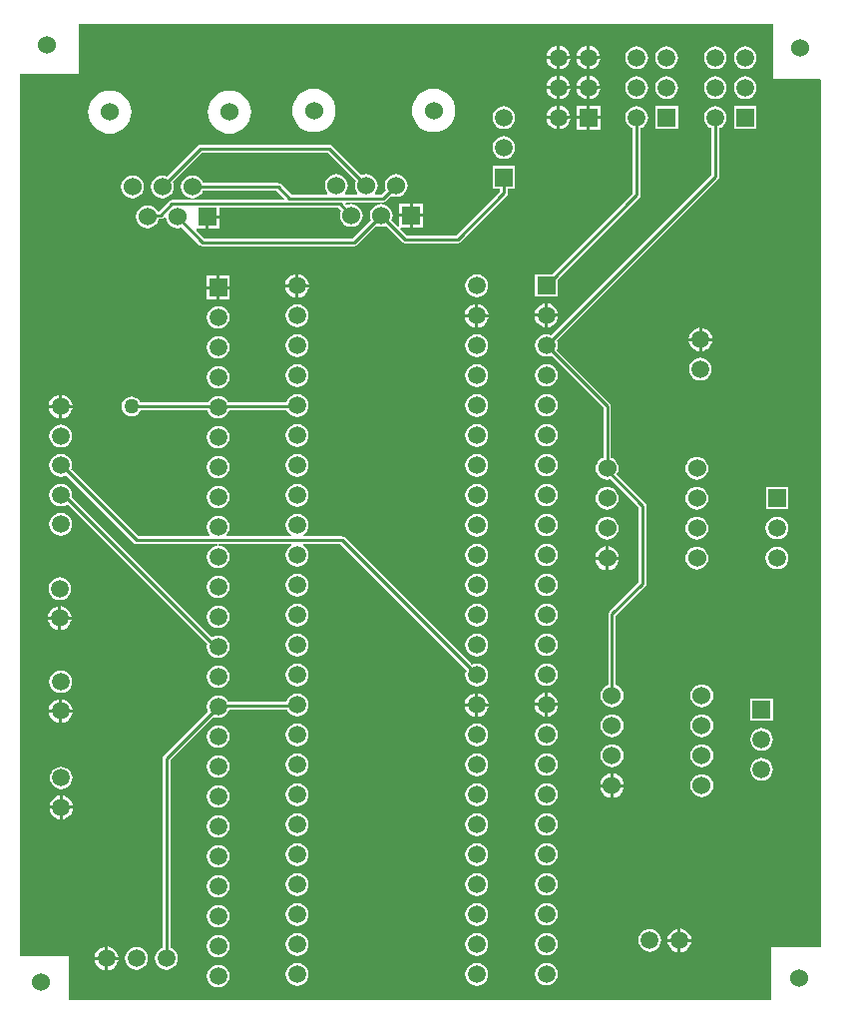
<source format=gbl>
G04*
G04 #@! TF.GenerationSoftware,Altium Limited,Altium Designer,20.0.12 (288)*
G04*
G04 Layer_Physical_Order=2*
G04 Layer_Color=16711680*
%FSLAX25Y25*%
%MOIN*%
G70*
G01*
G75*
%ADD12C,0.01000*%
%ADD27C,0.05906*%
%ADD28R,0.05906X0.05906*%
%ADD29C,0.06000*%
%ADD30R,0.06000X0.06000*%
%ADD31C,0.05000*%
%ADD32C,0.02362*%
G36*
X311811Y361221D02*
X311811Y342870D01*
X327376Y342870D01*
X327729Y342517D01*
X327729Y52903D01*
X311024Y52903D01*
X311024Y35433D01*
X76378Y35433D01*
X76378Y50047D01*
X67469Y50047D01*
X66929Y50100D01*
X66389Y50047D01*
X60075D01*
X60075Y344488D01*
X79724Y344488D01*
X79724Y361221D01*
X311811Y361221D01*
D02*
G37*
%LPC*%
G36*
X250500Y353972D02*
Y350551D01*
X253921D01*
X253851Y351083D01*
X253453Y352044D01*
X252819Y352870D01*
X251993Y353504D01*
X251032Y353902D01*
X250500Y353972D01*
D02*
G37*
G36*
X240500D02*
Y350551D01*
X243921D01*
X243851Y351083D01*
X243453Y352044D01*
X242819Y352870D01*
X241993Y353504D01*
X241032Y353902D01*
X240500Y353972D01*
D02*
G37*
G36*
X249500D02*
X248968Y353902D01*
X248007Y353504D01*
X247181Y352870D01*
X246547Y352044D01*
X246149Y351083D01*
X246079Y350551D01*
X249500D01*
Y353972D01*
D02*
G37*
G36*
X239500D02*
X238968Y353902D01*
X238007Y353504D01*
X237181Y352870D01*
X236547Y352044D01*
X236149Y351083D01*
X236079Y350551D01*
X239500D01*
Y353972D01*
D02*
G37*
G36*
X302362Y353836D02*
X301382Y353707D01*
X300470Y353329D01*
X299686Y352727D01*
X299084Y351943D01*
X298706Y351031D01*
X298577Y350051D01*
X298706Y349071D01*
X299084Y348158D01*
X299686Y347374D01*
X300470Y346773D01*
X301382Y346395D01*
X302362Y346266D01*
X303342Y346395D01*
X304255Y346773D01*
X305039Y347374D01*
X305640Y348158D01*
X306018Y349071D01*
X306147Y350051D01*
X306018Y351031D01*
X305640Y351943D01*
X305039Y352727D01*
X304255Y353329D01*
X303342Y353707D01*
X302362Y353836D01*
D02*
G37*
G36*
X292362D02*
X291383Y353707D01*
X290470Y353329D01*
X289686Y352727D01*
X289084Y351943D01*
X288706Y351031D01*
X288577Y350051D01*
X288706Y349071D01*
X289084Y348158D01*
X289686Y347374D01*
X290470Y346773D01*
X291383Y346395D01*
X292362Y346266D01*
X293342Y346395D01*
X294255Y346773D01*
X295039Y347374D01*
X295640Y348158D01*
X296018Y349071D01*
X296147Y350051D01*
X296018Y351031D01*
X295640Y351943D01*
X295039Y352727D01*
X294255Y353329D01*
X293342Y353707D01*
X292362Y353836D01*
D02*
G37*
G36*
X276153D02*
X275173Y353707D01*
X274260Y353329D01*
X273476Y352727D01*
X272875Y351943D01*
X272497Y351031D01*
X272368Y350051D01*
X272497Y349071D01*
X272875Y348158D01*
X273476Y347374D01*
X274260Y346773D01*
X275173Y346395D01*
X276153Y346266D01*
X277133Y346395D01*
X278045Y346773D01*
X278829Y347374D01*
X279431Y348158D01*
X279809Y349071D01*
X279938Y350051D01*
X279809Y351031D01*
X279431Y351943D01*
X278829Y352727D01*
X278045Y353329D01*
X277133Y353707D01*
X276153Y353836D01*
D02*
G37*
G36*
X266153D02*
X265173Y353707D01*
X264260Y353329D01*
X263476Y352727D01*
X262875Y351943D01*
X262497Y351031D01*
X262368Y350051D01*
X262497Y349071D01*
X262875Y348158D01*
X263476Y347374D01*
X264260Y346773D01*
X265173Y346395D01*
X266153Y346266D01*
X267132Y346395D01*
X268045Y346773D01*
X268829Y347374D01*
X269431Y348158D01*
X269809Y349071D01*
X269938Y350051D01*
X269809Y351031D01*
X269431Y351943D01*
X268829Y352727D01*
X268045Y353329D01*
X267132Y353707D01*
X266153Y353836D01*
D02*
G37*
G36*
X253921Y349551D02*
X250500D01*
Y346130D01*
X251032Y346200D01*
X251993Y346598D01*
X252819Y347232D01*
X253453Y348058D01*
X253851Y349019D01*
X253921Y349551D01*
D02*
G37*
G36*
X243921D02*
X240500D01*
Y346130D01*
X241032Y346200D01*
X241993Y346598D01*
X242819Y347232D01*
X243453Y348058D01*
X243851Y349019D01*
X243921Y349551D01*
D02*
G37*
G36*
X239500D02*
X236079D01*
X236149Y349019D01*
X236547Y348058D01*
X237181Y347232D01*
X238007Y346598D01*
X238968Y346200D01*
X239500Y346130D01*
Y349551D01*
D02*
G37*
G36*
X249500D02*
X246079D01*
X246149Y349019D01*
X246547Y348058D01*
X247181Y347232D01*
X248007Y346598D01*
X248968Y346200D01*
X249500Y346130D01*
Y349551D01*
D02*
G37*
G36*
X250500Y343972D02*
Y340551D01*
X253921D01*
X253851Y341083D01*
X253453Y342044D01*
X252819Y342870D01*
X251993Y343504D01*
X251032Y343902D01*
X250500Y343972D01*
D02*
G37*
G36*
X240500D02*
Y340551D01*
X243921D01*
X243851Y341083D01*
X243453Y342044D01*
X242819Y342870D01*
X241993Y343504D01*
X241032Y343902D01*
X240500Y343972D01*
D02*
G37*
G36*
X249500D02*
X248968Y343902D01*
X248007Y343504D01*
X247181Y342870D01*
X246547Y342044D01*
X246149Y341083D01*
X246079Y340551D01*
X249500D01*
Y343972D01*
D02*
G37*
G36*
X239500D02*
X238968Y343902D01*
X238007Y343504D01*
X237181Y342870D01*
X236547Y342044D01*
X236149Y341083D01*
X236079Y340551D01*
X239500D01*
Y343972D01*
D02*
G37*
G36*
X302362Y343836D02*
X301382Y343707D01*
X300470Y343329D01*
X299686Y342727D01*
X299084Y341944D01*
X298706Y341031D01*
X298577Y340051D01*
X298706Y339071D01*
X299084Y338158D01*
X299686Y337374D01*
X300470Y336773D01*
X301382Y336395D01*
X302362Y336266D01*
X303342Y336395D01*
X304255Y336773D01*
X305039Y337374D01*
X305640Y338158D01*
X306018Y339071D01*
X306147Y340051D01*
X306018Y341031D01*
X305640Y341944D01*
X305039Y342727D01*
X304255Y343329D01*
X303342Y343707D01*
X302362Y343836D01*
D02*
G37*
G36*
X292362D02*
X291383Y343707D01*
X290470Y343329D01*
X289686Y342727D01*
X289084Y341944D01*
X288706Y341031D01*
X288577Y340051D01*
X288706Y339071D01*
X289084Y338158D01*
X289686Y337374D01*
X290470Y336773D01*
X291383Y336395D01*
X292362Y336266D01*
X293342Y336395D01*
X294255Y336773D01*
X295039Y337374D01*
X295640Y338158D01*
X296018Y339071D01*
X296147Y340051D01*
X296018Y341031D01*
X295640Y341944D01*
X295039Y342727D01*
X294255Y343329D01*
X293342Y343707D01*
X292362Y343836D01*
D02*
G37*
G36*
X276153D02*
X275173Y343707D01*
X274260Y343329D01*
X273476Y342727D01*
X272875Y341944D01*
X272497Y341031D01*
X272368Y340051D01*
X272497Y339071D01*
X272875Y338158D01*
X273476Y337374D01*
X274260Y336773D01*
X275173Y336395D01*
X276153Y336266D01*
X277133Y336395D01*
X278045Y336773D01*
X278829Y337374D01*
X279431Y338158D01*
X279809Y339071D01*
X279938Y340051D01*
X279809Y341031D01*
X279431Y341944D01*
X278829Y342727D01*
X278045Y343329D01*
X277133Y343707D01*
X276153Y343836D01*
D02*
G37*
G36*
X266153D02*
X265173Y343707D01*
X264260Y343329D01*
X263476Y342727D01*
X262875Y341944D01*
X262497Y341031D01*
X262368Y340051D01*
X262497Y339071D01*
X262875Y338158D01*
X263476Y337374D01*
X264260Y336773D01*
X265173Y336395D01*
X266153Y336266D01*
X267132Y336395D01*
X268045Y336773D01*
X268829Y337374D01*
X269431Y338158D01*
X269809Y339071D01*
X269938Y340051D01*
X269809Y341031D01*
X269431Y341944D01*
X268829Y342727D01*
X268045Y343329D01*
X267132Y343707D01*
X266153Y343836D01*
D02*
G37*
G36*
X253921Y339551D02*
X250500D01*
Y336130D01*
X251032Y336200D01*
X251993Y336598D01*
X252819Y337232D01*
X253453Y338057D01*
X253851Y339019D01*
X253921Y339551D01*
D02*
G37*
G36*
X243921D02*
X240500D01*
Y336130D01*
X241032Y336200D01*
X241993Y336598D01*
X242819Y337232D01*
X243453Y338057D01*
X243851Y339019D01*
X243921Y339551D01*
D02*
G37*
G36*
X239500D02*
X236079D01*
X236149Y339019D01*
X236547Y338057D01*
X237181Y337232D01*
X238007Y336598D01*
X238968Y336200D01*
X239500Y336130D01*
Y339551D01*
D02*
G37*
G36*
X249500D02*
X246079D01*
X246149Y339019D01*
X246547Y338057D01*
X247181Y337232D01*
X248007Y336598D01*
X248968Y336200D01*
X249500Y336130D01*
Y339551D01*
D02*
G37*
G36*
X253953Y334004D02*
X250500D01*
Y330551D01*
X253953D01*
Y334004D01*
D02*
G37*
G36*
X240500Y333972D02*
Y330551D01*
X243921D01*
X243851Y331083D01*
X243453Y332044D01*
X242819Y332870D01*
X241993Y333504D01*
X241032Y333902D01*
X240500Y333972D01*
D02*
G37*
G36*
X239500D02*
X238968Y333902D01*
X238007Y333504D01*
X237181Y332870D01*
X236547Y332044D01*
X236149Y331083D01*
X236079Y330551D01*
X239500D01*
Y333972D01*
D02*
G37*
G36*
X249500Y334004D02*
X246047D01*
Y330551D01*
X249500D01*
Y334004D01*
D02*
G37*
G36*
X306115Y333804D02*
X298609D01*
Y326298D01*
X306115D01*
Y333804D01*
D02*
G37*
G36*
X279906D02*
X272400D01*
Y326298D01*
X279906D01*
Y333804D01*
D02*
G37*
G36*
X221682Y333836D02*
X220702Y333707D01*
X219789Y333329D01*
X219005Y332727D01*
X218404Y331943D01*
X218026Y331031D01*
X217897Y330051D01*
X218026Y329071D01*
X218404Y328158D01*
X219005Y327374D01*
X219789Y326773D01*
X220702Y326395D01*
X221682Y326266D01*
X222661Y326395D01*
X223574Y326773D01*
X224358Y327374D01*
X224960Y328158D01*
X225338Y329071D01*
X225467Y330051D01*
X225338Y331031D01*
X224960Y331943D01*
X224358Y332727D01*
X223574Y333329D01*
X222661Y333707D01*
X221682Y333836D01*
D02*
G37*
G36*
X243921Y329551D02*
X240500D01*
Y326130D01*
X241032Y326200D01*
X241993Y326598D01*
X242819Y327232D01*
X243453Y328058D01*
X243851Y329019D01*
X243921Y329551D01*
D02*
G37*
G36*
X239500D02*
X236079D01*
X236149Y329019D01*
X236547Y328058D01*
X237181Y327232D01*
X238007Y326598D01*
X238968Y326200D01*
X239500Y326130D01*
Y329551D01*
D02*
G37*
G36*
X253953D02*
X250500D01*
Y326098D01*
X253953D01*
Y329551D01*
D02*
G37*
G36*
X249500D02*
X246047D01*
Y326098D01*
X249500D01*
Y329551D01*
D02*
G37*
G36*
X198232Y339602D02*
X196821Y339463D01*
X195465Y339052D01*
X194214Y338384D01*
X193118Y337484D01*
X192219Y336388D01*
X191550Y335138D01*
X191139Y333781D01*
X191000Y332370D01*
X191139Y330959D01*
X191550Y329602D01*
X192219Y328352D01*
X193118Y327256D01*
X194214Y326356D01*
X195465Y325688D01*
X196821Y325276D01*
X198232Y325138D01*
X199643Y325276D01*
X201000Y325688D01*
X202250Y326356D01*
X203346Y327256D01*
X204246Y328352D01*
X204914Y329602D01*
X205326Y330959D01*
X205465Y332370D01*
X205326Y333781D01*
X204914Y335138D01*
X204246Y336388D01*
X203346Y337484D01*
X202250Y338384D01*
X201000Y339052D01*
X199643Y339463D01*
X198232Y339602D01*
D02*
G37*
G36*
X158232D02*
X156821Y339463D01*
X155464Y339052D01*
X154214Y338384D01*
X153118Y337484D01*
X152219Y336388D01*
X151550Y335138D01*
X151139Y333781D01*
X151000Y332370D01*
X151139Y330959D01*
X151550Y329602D01*
X152219Y328352D01*
X153118Y327256D01*
X154214Y326356D01*
X155464Y325688D01*
X156821Y325276D01*
X158232Y325138D01*
X159643Y325276D01*
X161000Y325688D01*
X162250Y326356D01*
X163346Y327256D01*
X164246Y328352D01*
X164914Y329602D01*
X165326Y330959D01*
X165465Y332370D01*
X165326Y333781D01*
X164914Y335138D01*
X164246Y336388D01*
X163346Y337484D01*
X162250Y338384D01*
X161000Y339052D01*
X159643Y339463D01*
X158232Y339602D01*
D02*
G37*
G36*
X130092Y339103D02*
X128681Y338964D01*
X127324Y338552D01*
X126074Y337884D01*
X124978Y336984D01*
X124078Y335888D01*
X123410Y334638D01*
X122998Y333281D01*
X122860Y331870D01*
X122998Y330459D01*
X123410Y329102D01*
X124078Y327852D01*
X124978Y326756D01*
X126074Y325856D01*
X127324Y325188D01*
X128681Y324777D01*
X130092Y324638D01*
X131503Y324777D01*
X132860Y325188D01*
X134110Y325856D01*
X135206Y326756D01*
X136106Y327852D01*
X136774Y329102D01*
X137186Y330459D01*
X137325Y331870D01*
X137186Y333281D01*
X136774Y334638D01*
X136106Y335888D01*
X135206Y336984D01*
X134110Y337884D01*
X132860Y338552D01*
X131503Y338964D01*
X130092Y339103D01*
D02*
G37*
G36*
X90092D02*
X88681Y338964D01*
X87324Y338552D01*
X86074Y337884D01*
X84978Y336984D01*
X84078Y335888D01*
X83410Y334638D01*
X82999Y333281D01*
X82860Y331870D01*
X82999Y330459D01*
X83410Y329102D01*
X84078Y327852D01*
X84978Y326756D01*
X86074Y325856D01*
X87324Y325188D01*
X88681Y324777D01*
X90092Y324638D01*
X91503Y324777D01*
X92860Y325188D01*
X94110Y325856D01*
X95206Y326756D01*
X96106Y327852D01*
X96774Y329102D01*
X97185Y330459D01*
X97325Y331870D01*
X97185Y333281D01*
X96774Y334638D01*
X96106Y335888D01*
X95206Y336984D01*
X94110Y337884D01*
X92860Y338552D01*
X91503Y338964D01*
X90092Y339103D01*
D02*
G37*
G36*
X221682Y323836D02*
X220702Y323707D01*
X219789Y323329D01*
X219005Y322727D01*
X218404Y321943D01*
X218026Y321031D01*
X217897Y320051D01*
X218026Y319071D01*
X218404Y318158D01*
X219005Y317374D01*
X219789Y316773D01*
X220702Y316395D01*
X221682Y316266D01*
X222661Y316395D01*
X223574Y316773D01*
X224358Y317374D01*
X224960Y318158D01*
X225338Y319071D01*
X225467Y320051D01*
X225338Y321031D01*
X224960Y321943D01*
X224358Y322727D01*
X223574Y323329D01*
X222661Y323707D01*
X221682Y323836D01*
D02*
G37*
G36*
X163352Y321076D02*
X120472D01*
X119965Y320975D01*
X119535Y320688D01*
X109175Y310327D01*
X108584Y310572D01*
X107592Y310703D01*
X106600Y310572D01*
X105676Y310189D01*
X104882Y309580D01*
X104273Y308786D01*
X103890Y307862D01*
X103759Y306870D01*
X103890Y305878D01*
X104273Y304954D01*
X104882Y304160D01*
X105676Y303551D01*
X106600Y303168D01*
X107592Y303037D01*
X108584Y303168D01*
X109508Y303551D01*
X110302Y304160D01*
X110911Y304954D01*
X111294Y305878D01*
X111425Y306870D01*
X111294Y307862D01*
X111049Y308453D01*
X121021Y318425D01*
X162803D01*
X172275Y308953D01*
X172030Y308362D01*
X171899Y307370D01*
X172030Y306378D01*
X172413Y305454D01*
X172841Y304895D01*
X172595Y304396D01*
X168870D01*
X168623Y304895D01*
X169052Y305454D01*
X169434Y306378D01*
X169565Y307370D01*
X169434Y308362D01*
X169052Y309286D01*
X168442Y310080D01*
X167649Y310689D01*
X166724Y311072D01*
X165732Y311203D01*
X164740Y311072D01*
X163816Y310689D01*
X163022Y310080D01*
X162413Y309286D01*
X162030Y308362D01*
X161899Y307370D01*
X162030Y306378D01*
X162413Y305454D01*
X162841Y304895D01*
X162595Y304396D01*
X150678D01*
X147266Y307807D01*
X146836Y308095D01*
X146329Y308195D01*
X121156D01*
X120911Y308786D01*
X120302Y309580D01*
X119508Y310189D01*
X118584Y310572D01*
X117592Y310703D01*
X116600Y310572D01*
X115676Y310189D01*
X114882Y309580D01*
X114273Y308786D01*
X113890Y307862D01*
X113759Y306870D01*
X113890Y305878D01*
X114273Y304954D01*
X114882Y304160D01*
X115676Y303551D01*
X116600Y303168D01*
X117592Y303037D01*
X118584Y303168D01*
X119508Y303551D01*
X120302Y304160D01*
X120911Y304954D01*
X121156Y305545D01*
X145780D01*
X148367Y302957D01*
X148176Y302496D01*
X110811D01*
X110304Y302395D01*
X109874Y302107D01*
X106543Y298777D01*
X105915D01*
X105911Y298786D01*
X105302Y299580D01*
X104508Y300189D01*
X103584Y300572D01*
X102592Y300703D01*
X101600Y300572D01*
X100676Y300189D01*
X99882Y299580D01*
X99273Y298786D01*
X98890Y297862D01*
X98759Y296870D01*
X98890Y295878D01*
X99273Y294954D01*
X99882Y294160D01*
X100676Y293551D01*
X101600Y293168D01*
X102592Y293037D01*
X103584Y293168D01*
X104508Y293551D01*
X105302Y294160D01*
X105911Y294954D01*
X106294Y295878D01*
X106327Y296126D01*
X107092D01*
X107599Y296227D01*
X108029Y296514D01*
X108270Y296755D01*
X108798Y296575D01*
X108890Y295878D01*
X109273Y294954D01*
X109882Y294160D01*
X110676Y293551D01*
X111600Y293168D01*
X112592Y293037D01*
X113584Y293168D01*
X114175Y293413D01*
X120162Y287425D01*
X120592Y287138D01*
X121099Y287037D01*
X171725D01*
X172232Y287138D01*
X172662Y287425D01*
X179149Y293913D01*
X179740Y293668D01*
X180732Y293537D01*
X181724Y293668D01*
X182315Y293913D01*
X187795Y288433D01*
X188225Y288145D01*
X188732Y288045D01*
X206232D01*
X206739Y288145D01*
X207170Y288433D01*
X222619Y303882D01*
X222906Y304312D01*
X223007Y304819D01*
Y306298D01*
X225434D01*
Y313804D01*
X217929D01*
Y306298D01*
X220356D01*
Y305368D01*
X205683Y290696D01*
X189281D01*
X187107Y292870D01*
X187314Y293370D01*
X190232D01*
Y296870D01*
X186732D01*
Y293952D01*
X186232Y293744D01*
X184190Y295787D01*
X184434Y296378D01*
X184565Y297370D01*
X184434Y298362D01*
X184052Y299286D01*
X183442Y300080D01*
X182649Y300689D01*
X181724Y301072D01*
X180732Y301203D01*
X179740Y301072D01*
X178816Y300689D01*
X178022Y300080D01*
X177413Y299286D01*
X177030Y298362D01*
X176900Y297370D01*
X177030Y296378D01*
X177275Y295787D01*
X171176Y289688D01*
X121648D01*
X118966Y292370D01*
X119174Y292870D01*
X122092D01*
Y296870D01*
X122592D01*
Y297370D01*
X126592D01*
Y299845D01*
X166383D01*
X167275Y298953D01*
X167030Y298362D01*
X166900Y297370D01*
X167030Y296378D01*
X167413Y295454D01*
X168022Y294660D01*
X168816Y294051D01*
X169740Y293668D01*
X170732Y293537D01*
X171724Y293668D01*
X172649Y294051D01*
X173442Y294660D01*
X174052Y295454D01*
X174434Y296378D01*
X174565Y297370D01*
X174434Y298362D01*
X174052Y299286D01*
X173442Y300080D01*
X172649Y300689D01*
X171724Y301072D01*
X170732Y301203D01*
X169740Y301072D01*
X169149Y300827D01*
X168694Y301283D01*
X168886Y301745D01*
X181432D01*
X181939Y301846D01*
X182369Y302133D01*
X184149Y303913D01*
X184740Y303668D01*
X185732Y303537D01*
X186724Y303668D01*
X187649Y304051D01*
X188443Y304660D01*
X189052Y305454D01*
X189435Y306378D01*
X189565Y307370D01*
X189435Y308362D01*
X189052Y309286D01*
X188443Y310080D01*
X187649Y310689D01*
X186724Y311072D01*
X185732Y311203D01*
X184740Y311072D01*
X183816Y310689D01*
X183022Y310080D01*
X182413Y309286D01*
X182030Y308362D01*
X181899Y307370D01*
X182030Y306378D01*
X182275Y305787D01*
X180883Y304396D01*
X178870D01*
X178623Y304895D01*
X179052Y305454D01*
X179435Y306378D01*
X179565Y307370D01*
X179435Y308362D01*
X179052Y309286D01*
X178443Y310080D01*
X177649Y310689D01*
X176724Y311072D01*
X175732Y311203D01*
X174740Y311072D01*
X174149Y310827D01*
X164289Y320688D01*
X163859Y320975D01*
X163352Y321076D01*
D02*
G37*
G36*
X97592Y310703D02*
X96600Y310572D01*
X95676Y310189D01*
X94882Y309580D01*
X94273Y308786D01*
X93890Y307862D01*
X93759Y306870D01*
X93890Y305878D01*
X94273Y304954D01*
X94882Y304160D01*
X95676Y303551D01*
X96600Y303168D01*
X97592Y303037D01*
X98584Y303168D01*
X99508Y303551D01*
X100302Y304160D01*
X100911Y304954D01*
X101294Y305878D01*
X101425Y306870D01*
X101294Y307862D01*
X100911Y308786D01*
X100302Y309580D01*
X99508Y310189D01*
X98584Y310572D01*
X97592Y310703D01*
D02*
G37*
G36*
X194732Y301370D02*
X191232D01*
Y297870D01*
X194732D01*
Y301370D01*
D02*
G37*
G36*
X190232D02*
X186732D01*
Y297870D01*
X190232D01*
Y301370D01*
D02*
G37*
G36*
X194732Y296870D02*
X191232D01*
Y293370D01*
X194732D01*
Y296870D01*
D02*
G37*
G36*
X126592Y296370D02*
X123092D01*
Y292870D01*
X126592D01*
Y296370D01*
D02*
G37*
G36*
X153161Y277762D02*
Y274341D01*
X156582D01*
X156512Y274873D01*
X156114Y275834D01*
X155481Y276660D01*
X154655Y277294D01*
X153693Y277692D01*
X153161Y277762D01*
D02*
G37*
G36*
X152161D02*
X151629Y277692D01*
X150668Y277294D01*
X149842Y276660D01*
X149209Y275834D01*
X148810Y274873D01*
X148740Y274341D01*
X152161D01*
Y277762D01*
D02*
G37*
G36*
X130211Y277230D02*
X126758D01*
Y273777D01*
X130211D01*
Y277230D01*
D02*
G37*
G36*
X125758D02*
X122305D01*
Y273777D01*
X125758D01*
Y277230D01*
D02*
G37*
G36*
X266153Y333836D02*
X265173Y333707D01*
X264260Y333329D01*
X263476Y332727D01*
X262875Y331943D01*
X262497Y331031D01*
X262368Y330051D01*
X262497Y329071D01*
X262875Y328158D01*
X263476Y327374D01*
X264260Y326773D01*
X264827Y326538D01*
Y304733D01*
X237811Y277717D01*
X232180D01*
Y270212D01*
X239686D01*
Y275843D01*
X267090Y303247D01*
X267377Y303677D01*
X267478Y304184D01*
Y326538D01*
X268045Y326773D01*
X268829Y327374D01*
X269431Y328158D01*
X269809Y329071D01*
X269938Y330051D01*
X269809Y331031D01*
X269431Y331943D01*
X268829Y332727D01*
X268045Y333329D01*
X267132Y333707D01*
X266153Y333836D01*
D02*
G37*
G36*
X212661Y277626D02*
X211682Y277497D01*
X210769Y277119D01*
X209985Y276517D01*
X209383Y275733D01*
X209005Y274821D01*
X208876Y273841D01*
X209005Y272861D01*
X209383Y271948D01*
X209985Y271164D01*
X210769Y270563D01*
X211682Y270185D01*
X212661Y270056D01*
X213641Y270185D01*
X214554Y270563D01*
X215338Y271164D01*
X215939Y271948D01*
X216318Y272861D01*
X216446Y273841D01*
X216318Y274821D01*
X215939Y275733D01*
X215338Y276517D01*
X214554Y277119D01*
X213641Y277497D01*
X212661Y277626D01*
D02*
G37*
G36*
X156582Y273341D02*
X153161D01*
Y269920D01*
X153693Y269990D01*
X154655Y270388D01*
X155481Y271022D01*
X156114Y271848D01*
X156512Y272809D01*
X156582Y273341D01*
D02*
G37*
G36*
X152161D02*
X148740D01*
X148810Y272809D01*
X149209Y271848D01*
X149842Y271022D01*
X150668Y270388D01*
X151629Y269990D01*
X152161Y269920D01*
Y273341D01*
D02*
G37*
G36*
X130211Y272777D02*
X126758D01*
Y269324D01*
X130211D01*
Y272777D01*
D02*
G37*
G36*
X125758D02*
X122305D01*
Y269324D01*
X125758D01*
Y272777D01*
D02*
G37*
G36*
X236433Y267886D02*
Y264465D01*
X239854D01*
X239784Y264997D01*
X239386Y265958D01*
X238752Y266784D01*
X237927Y267417D01*
X236965Y267816D01*
X236433Y267886D01*
D02*
G37*
G36*
X235433D02*
X234901Y267816D01*
X233940Y267417D01*
X233114Y266784D01*
X232480Y265958D01*
X232082Y264997D01*
X232012Y264465D01*
X235433D01*
Y267886D01*
D02*
G37*
G36*
X213161Y267762D02*
Y264341D01*
X216582D01*
X216512Y264873D01*
X216114Y265834D01*
X215481Y266660D01*
X214655Y267294D01*
X213693Y267692D01*
X213161Y267762D01*
D02*
G37*
G36*
X212161D02*
X211630Y267692D01*
X210668Y267294D01*
X209842Y266660D01*
X209209Y265834D01*
X208810Y264873D01*
X208740Y264341D01*
X212161D01*
Y267762D01*
D02*
G37*
G36*
X152661Y267626D02*
X151682Y267497D01*
X150769Y267119D01*
X149985Y266517D01*
X149383Y265734D01*
X149005Y264821D01*
X148876Y263841D01*
X149005Y262861D01*
X149383Y261948D01*
X149985Y261164D01*
X150769Y260563D01*
X151682Y260185D01*
X152661Y260056D01*
X153641Y260185D01*
X154554Y260563D01*
X155338Y261164D01*
X155939Y261948D01*
X156318Y262861D01*
X156447Y263841D01*
X156318Y264821D01*
X155939Y265734D01*
X155338Y266517D01*
X154554Y267119D01*
X153641Y267497D01*
X152661Y267626D01*
D02*
G37*
G36*
X239854Y263465D02*
X236433D01*
Y260044D01*
X236965Y260114D01*
X237927Y260512D01*
X238752Y261145D01*
X239386Y261971D01*
X239784Y262933D01*
X239854Y263465D01*
D02*
G37*
G36*
X235433D02*
X232012D01*
X232082Y262933D01*
X232480Y261971D01*
X233114Y261145D01*
X233940Y260512D01*
X234901Y260114D01*
X235433Y260044D01*
Y263465D01*
D02*
G37*
G36*
X216582Y263341D02*
X213161D01*
Y259920D01*
X213693Y259990D01*
X214655Y260388D01*
X215481Y261022D01*
X216114Y261847D01*
X216512Y262809D01*
X216582Y263341D01*
D02*
G37*
G36*
X212161D02*
X208740D01*
X208810Y262809D01*
X209209Y261847D01*
X209842Y261022D01*
X210668Y260388D01*
X211630Y259990D01*
X212161Y259920D01*
Y263341D01*
D02*
G37*
G36*
X126258Y267062D02*
X125278Y266933D01*
X124365Y266555D01*
X123582Y265953D01*
X122980Y265169D01*
X122602Y264257D01*
X122473Y263277D01*
X122602Y262297D01*
X122980Y261384D01*
X123582Y260600D01*
X124365Y259999D01*
X125278Y259621D01*
X126258Y259492D01*
X127238Y259621D01*
X128151Y259999D01*
X128935Y260600D01*
X129536Y261384D01*
X129914Y262297D01*
X130043Y263277D01*
X129914Y264257D01*
X129536Y265169D01*
X128935Y265953D01*
X128151Y266555D01*
X127238Y266933D01*
X126258Y267062D01*
D02*
G37*
G36*
X292362Y333836D02*
X291383Y333707D01*
X290470Y333329D01*
X289686Y332727D01*
X289084Y331943D01*
X288706Y331031D01*
X288577Y330051D01*
X288706Y329071D01*
X289084Y328158D01*
X289686Y327374D01*
X290470Y326773D01*
X291037Y326538D01*
Y310943D01*
X237480Y257386D01*
X236913Y257621D01*
X235933Y257750D01*
X234953Y257621D01*
X234040Y257243D01*
X233257Y256641D01*
X232655Y255857D01*
X232277Y254944D01*
X232148Y253965D01*
X232277Y252985D01*
X232655Y252072D01*
X233257Y251288D01*
X234040Y250687D01*
X234953Y250308D01*
X235933Y250180D01*
X236913Y250308D01*
X237480Y250543D01*
X254895Y233128D01*
Y216407D01*
X254304Y216162D01*
X253510Y215553D01*
X252901Y214759D01*
X252518Y213835D01*
X252388Y212842D01*
X252518Y211851D01*
X252901Y210926D01*
X253510Y210132D01*
X254304Y209523D01*
X255228Y209140D01*
X256221Y209010D01*
X257212Y209140D01*
X257336Y209191D01*
X266832Y199695D01*
Y174959D01*
X256937Y165063D01*
X256649Y164633D01*
X256549Y164126D01*
Y140503D01*
X255958Y140258D01*
X255164Y139649D01*
X254555Y138855D01*
X254172Y137931D01*
X254041Y136939D01*
X254172Y135947D01*
X254555Y135022D01*
X255164Y134228D01*
X255958Y133619D01*
X256882Y133236D01*
X257874Y133106D01*
X258866Y133236D01*
X259790Y133619D01*
X260584Y134228D01*
X261193Y135022D01*
X261576Y135947D01*
X261707Y136939D01*
X261576Y137931D01*
X261193Y138855D01*
X260584Y139649D01*
X259790Y140258D01*
X259200Y140503D01*
Y163577D01*
X269095Y173472D01*
X269382Y173902D01*
X269483Y174410D01*
Y200244D01*
X269382Y200751D01*
X269095Y201181D01*
X259457Y210819D01*
X259540Y210926D01*
X259923Y211851D01*
X260053Y212842D01*
X259923Y213835D01*
X259540Y214759D01*
X258931Y215553D01*
X258137Y216162D01*
X257546Y216407D01*
Y233677D01*
X257445Y234184D01*
X257158Y234614D01*
X239354Y252418D01*
X239589Y252985D01*
X239718Y253965D01*
X239589Y254944D01*
X239354Y255511D01*
X293299Y309456D01*
X293587Y309887D01*
X293688Y310394D01*
Y326538D01*
X294255Y326773D01*
X295039Y327374D01*
X295640Y328158D01*
X296018Y329071D01*
X296147Y330051D01*
X296018Y331031D01*
X295640Y331943D01*
X295039Y332727D01*
X294255Y333329D01*
X293342Y333707D01*
X292362Y333836D01*
D02*
G37*
G36*
X287902Y259826D02*
Y256405D01*
X291323D01*
X291253Y256937D01*
X290854Y257899D01*
X290221Y258725D01*
X289395Y259358D01*
X288433Y259756D01*
X287902Y259826D01*
D02*
G37*
G36*
X286902Y259826D02*
X286370Y259756D01*
X285408Y259358D01*
X284582Y258725D01*
X283949Y257899D01*
X283551Y256937D01*
X283481Y256405D01*
X286902D01*
Y259826D01*
D02*
G37*
G36*
X291323Y255405D02*
X287902D01*
Y251985D01*
X288433Y252055D01*
X289395Y252453D01*
X290221Y253086D01*
X290854Y253912D01*
X291253Y254874D01*
X291323Y255405D01*
D02*
G37*
G36*
X286902D02*
X283481D01*
X283551Y254874D01*
X283949Y253912D01*
X284582Y253086D01*
X285408Y252453D01*
X286370Y252055D01*
X286902Y251985D01*
Y255405D01*
D02*
G37*
G36*
X212661Y257626D02*
X211682Y257497D01*
X210769Y257119D01*
X209985Y256517D01*
X209383Y255733D01*
X209005Y254821D01*
X208876Y253841D01*
X209005Y252861D01*
X209383Y251948D01*
X209985Y251165D01*
X210769Y250563D01*
X211682Y250185D01*
X212661Y250056D01*
X213641Y250185D01*
X214554Y250563D01*
X215338Y251165D01*
X215939Y251948D01*
X216318Y252861D01*
X216446Y253841D01*
X216318Y254821D01*
X215939Y255733D01*
X215338Y256517D01*
X214554Y257119D01*
X213641Y257497D01*
X212661Y257626D01*
D02*
G37*
G36*
X152661D02*
X151682Y257497D01*
X150769Y257119D01*
X149985Y256517D01*
X149383Y255733D01*
X149005Y254821D01*
X148876Y253841D01*
X149005Y252861D01*
X149383Y251948D01*
X149985Y251165D01*
X150769Y250563D01*
X151682Y250185D01*
X152661Y250056D01*
X153641Y250185D01*
X154554Y250563D01*
X155338Y251165D01*
X155939Y251948D01*
X156318Y252861D01*
X156447Y253841D01*
X156318Y254821D01*
X155939Y255733D01*
X155338Y256517D01*
X154554Y257119D01*
X153641Y257497D01*
X152661Y257626D01*
D02*
G37*
G36*
X126258Y257062D02*
X125278Y256933D01*
X124365Y256555D01*
X123582Y255953D01*
X122980Y255169D01*
X122602Y254257D01*
X122473Y253277D01*
X122602Y252297D01*
X122980Y251384D01*
X123582Y250600D01*
X124365Y249999D01*
X125278Y249621D01*
X126258Y249492D01*
X127238Y249621D01*
X128151Y249999D01*
X128935Y250600D01*
X129536Y251384D01*
X129914Y252297D01*
X130043Y253277D01*
X129914Y254257D01*
X129536Y255169D01*
X128935Y255953D01*
X128151Y256555D01*
X127238Y256933D01*
X126258Y257062D01*
D02*
G37*
G36*
X287402Y249848D02*
X286422Y249719D01*
X285509Y249341D01*
X284725Y248740D01*
X284123Y247955D01*
X283745Y247043D01*
X283616Y246063D01*
X283745Y245083D01*
X284123Y244170D01*
X284725Y243387D01*
X285509Y242785D01*
X286422Y242407D01*
X287402Y242278D01*
X288381Y242407D01*
X289294Y242785D01*
X290078Y243387D01*
X290680Y244170D01*
X291058Y245083D01*
X291187Y246063D01*
X291058Y247043D01*
X290680Y247955D01*
X290078Y248740D01*
X289294Y249341D01*
X288381Y249719D01*
X287402Y249848D01*
D02*
G37*
G36*
X235933Y247750D02*
X234953Y247621D01*
X234040Y247243D01*
X233257Y246641D01*
X232655Y245857D01*
X232277Y244944D01*
X232148Y243965D01*
X232277Y242985D01*
X232655Y242072D01*
X233257Y241288D01*
X234040Y240687D01*
X234953Y240308D01*
X235933Y240179D01*
X236913Y240308D01*
X237826Y240687D01*
X238610Y241288D01*
X239211Y242072D01*
X239589Y242985D01*
X239718Y243965D01*
X239589Y244944D01*
X239211Y245857D01*
X238610Y246641D01*
X237826Y247243D01*
X236913Y247621D01*
X235933Y247750D01*
D02*
G37*
G36*
X212661Y247626D02*
X211682Y247497D01*
X210769Y247119D01*
X209985Y246517D01*
X209383Y245733D01*
X209005Y244821D01*
X208876Y243841D01*
X209005Y242861D01*
X209383Y241948D01*
X209985Y241164D01*
X210769Y240563D01*
X211682Y240185D01*
X212661Y240056D01*
X213641Y240185D01*
X214554Y240563D01*
X215338Y241164D01*
X215939Y241948D01*
X216318Y242861D01*
X216446Y243841D01*
X216318Y244821D01*
X215939Y245733D01*
X215338Y246517D01*
X214554Y247119D01*
X213641Y247497D01*
X212661Y247626D01*
D02*
G37*
G36*
X152661D02*
X151682Y247497D01*
X150769Y247119D01*
X149985Y246517D01*
X149383Y245733D01*
X149005Y244821D01*
X148876Y243841D01*
X149005Y242861D01*
X149383Y241948D01*
X149985Y241164D01*
X150769Y240563D01*
X151682Y240185D01*
X152661Y240056D01*
X153641Y240185D01*
X154554Y240563D01*
X155338Y241164D01*
X155939Y241948D01*
X156318Y242861D01*
X156447Y243841D01*
X156318Y244821D01*
X155939Y245733D01*
X155338Y246517D01*
X154554Y247119D01*
X153641Y247497D01*
X152661Y247626D01*
D02*
G37*
G36*
X126258Y247062D02*
X125278Y246933D01*
X124365Y246555D01*
X123582Y245953D01*
X122980Y245169D01*
X122602Y244256D01*
X122473Y243277D01*
X122602Y242297D01*
X122980Y241384D01*
X123582Y240600D01*
X124365Y239999D01*
X125278Y239621D01*
X126258Y239492D01*
X127238Y239621D01*
X128151Y239999D01*
X128935Y240600D01*
X129536Y241384D01*
X129914Y242297D01*
X130043Y243277D01*
X129914Y244256D01*
X129536Y245169D01*
X128935Y245953D01*
X128151Y246555D01*
X127238Y246933D01*
X126258Y247062D01*
D02*
G37*
G36*
X152661Y237626D02*
X151682Y237497D01*
X150769Y237119D01*
X149985Y236517D01*
X149383Y235734D01*
X149090Y235025D01*
X129596D01*
X129536Y235169D01*
X128935Y235953D01*
X128151Y236555D01*
X127238Y236933D01*
X126258Y237062D01*
X125278Y236933D01*
X124365Y236555D01*
X123582Y235953D01*
X122980Y235169D01*
X122920Y235025D01*
X100289D01*
X100207Y235223D01*
X99678Y235912D01*
X98989Y236441D01*
X98186Y236774D01*
X97325Y236887D01*
X96463Y236774D01*
X95660Y236441D01*
X94971Y235912D01*
X94442Y235223D01*
X94109Y234420D01*
X93996Y233559D01*
X94109Y232697D01*
X94442Y231895D01*
X94971Y231205D01*
X95660Y230676D01*
X96463Y230344D01*
X97325Y230230D01*
X98186Y230344D01*
X98989Y230676D01*
X99678Y231205D01*
X100207Y231895D01*
X100406Y232374D01*
X122592D01*
X122602Y232297D01*
X122980Y231384D01*
X123582Y230600D01*
X124365Y229999D01*
X125278Y229621D01*
X126258Y229492D01*
X127238Y229621D01*
X128151Y229999D01*
X128935Y230600D01*
X129536Y231384D01*
X129914Y232297D01*
X129924Y232374D01*
X149207D01*
X149383Y231948D01*
X149985Y231165D01*
X150769Y230563D01*
X151682Y230185D01*
X152661Y230056D01*
X153641Y230185D01*
X154554Y230563D01*
X155338Y231165D01*
X155939Y231948D01*
X156318Y232861D01*
X156447Y233841D01*
X156318Y234821D01*
X155939Y235734D01*
X155338Y236517D01*
X154554Y237119D01*
X153641Y237497D01*
X152661Y237626D01*
D02*
G37*
G36*
X74157Y237447D02*
Y234026D01*
X77578D01*
X77508Y234558D01*
X77110Y235519D01*
X76477Y236345D01*
X75651Y236979D01*
X74689Y237377D01*
X74157Y237447D01*
D02*
G37*
G36*
X73157D02*
X72625Y237377D01*
X71664Y236979D01*
X70838Y236345D01*
X70205Y235519D01*
X69806Y234558D01*
X69736Y234026D01*
X73157D01*
Y237447D01*
D02*
G37*
G36*
X235933Y237750D02*
X234953Y237621D01*
X234040Y237243D01*
X233257Y236641D01*
X232655Y235857D01*
X232277Y234944D01*
X232148Y233965D01*
X232277Y232985D01*
X232655Y232072D01*
X233257Y231288D01*
X234040Y230687D01*
X234953Y230308D01*
X235933Y230180D01*
X236913Y230308D01*
X237826Y230687D01*
X238610Y231288D01*
X239211Y232072D01*
X239589Y232985D01*
X239718Y233965D01*
X239589Y234944D01*
X239211Y235857D01*
X238610Y236641D01*
X237826Y237243D01*
X236913Y237621D01*
X235933Y237750D01*
D02*
G37*
G36*
X212661Y237626D02*
X211682Y237497D01*
X210769Y237119D01*
X209985Y236517D01*
X209383Y235734D01*
X209005Y234821D01*
X208876Y233841D01*
X209005Y232861D01*
X209383Y231948D01*
X209985Y231165D01*
X210769Y230563D01*
X211682Y230185D01*
X212661Y230056D01*
X213641Y230185D01*
X214554Y230563D01*
X215338Y231165D01*
X215939Y231948D01*
X216318Y232861D01*
X216446Y233841D01*
X216318Y234821D01*
X215939Y235734D01*
X215338Y236517D01*
X214554Y237119D01*
X213641Y237497D01*
X212661Y237626D01*
D02*
G37*
G36*
X77578Y233026D02*
X74157D01*
Y229605D01*
X74689Y229675D01*
X75651Y230073D01*
X76477Y230707D01*
X77110Y231533D01*
X77508Y232494D01*
X77578Y233026D01*
D02*
G37*
G36*
X73157D02*
X69736D01*
X69806Y232494D01*
X70205Y231533D01*
X70838Y230707D01*
X71664Y230073D01*
X72625Y229675D01*
X73157Y229605D01*
Y233026D01*
D02*
G37*
G36*
X235933Y227750D02*
X234953Y227621D01*
X234040Y227243D01*
X233257Y226641D01*
X232655Y225857D01*
X232277Y224944D01*
X232148Y223965D01*
X232277Y222985D01*
X232655Y222072D01*
X233257Y221288D01*
X234040Y220687D01*
X234953Y220308D01*
X235933Y220180D01*
X236913Y220308D01*
X237826Y220687D01*
X238610Y221288D01*
X239211Y222072D01*
X239589Y222985D01*
X239718Y223965D01*
X239589Y224944D01*
X239211Y225857D01*
X238610Y226641D01*
X237826Y227243D01*
X236913Y227621D01*
X235933Y227750D01*
D02*
G37*
G36*
X212661Y227626D02*
X211682Y227497D01*
X210769Y227119D01*
X209985Y226517D01*
X209383Y225733D01*
X209005Y224821D01*
X208876Y223841D01*
X209005Y222861D01*
X209383Y221948D01*
X209985Y221164D01*
X210769Y220563D01*
X211682Y220185D01*
X212661Y220056D01*
X213641Y220185D01*
X214554Y220563D01*
X215338Y221164D01*
X215939Y221948D01*
X216318Y222861D01*
X216446Y223841D01*
X216318Y224821D01*
X215939Y225733D01*
X215338Y226517D01*
X214554Y227119D01*
X213641Y227497D01*
X212661Y227626D01*
D02*
G37*
G36*
X152661D02*
X151682Y227497D01*
X150769Y227119D01*
X149985Y226517D01*
X149383Y225733D01*
X149005Y224821D01*
X148876Y223841D01*
X149005Y222861D01*
X149383Y221948D01*
X149985Y221164D01*
X150769Y220563D01*
X151682Y220185D01*
X152661Y220056D01*
X153641Y220185D01*
X154554Y220563D01*
X155338Y221164D01*
X155939Y221948D01*
X156318Y222861D01*
X156447Y223841D01*
X156318Y224821D01*
X155939Y225733D01*
X155338Y226517D01*
X154554Y227119D01*
X153641Y227497D01*
X152661Y227626D01*
D02*
G37*
G36*
X73657Y227469D02*
X72678Y227340D01*
X71765Y226961D01*
X70981Y226360D01*
X70379Y225576D01*
X70001Y224663D01*
X69872Y223684D01*
X70001Y222704D01*
X70379Y221791D01*
X70981Y221007D01*
X71765Y220406D01*
X72678Y220027D01*
X73657Y219898D01*
X74637Y220027D01*
X75550Y220406D01*
X76334Y221007D01*
X76935Y221791D01*
X77314Y222704D01*
X77443Y223684D01*
X77314Y224663D01*
X76935Y225576D01*
X76334Y226360D01*
X75550Y226961D01*
X74637Y227340D01*
X73657Y227469D01*
D02*
G37*
G36*
X126258Y227062D02*
X125278Y226933D01*
X124365Y226555D01*
X123582Y225953D01*
X122980Y225169D01*
X122602Y224256D01*
X122473Y223277D01*
X122602Y222297D01*
X122980Y221384D01*
X123582Y220600D01*
X124365Y219999D01*
X125278Y219621D01*
X126258Y219492D01*
X127238Y219621D01*
X128151Y219999D01*
X128935Y220600D01*
X129536Y221384D01*
X129914Y222297D01*
X130043Y223277D01*
X129914Y224256D01*
X129536Y225169D01*
X128935Y225953D01*
X128151Y226555D01*
X127238Y226933D01*
X126258Y227062D01*
D02*
G37*
G36*
X235933Y217750D02*
X234953Y217621D01*
X234040Y217243D01*
X233257Y216641D01*
X232655Y215857D01*
X232277Y214944D01*
X232148Y213965D01*
X232277Y212985D01*
X232655Y212072D01*
X233257Y211288D01*
X234040Y210687D01*
X234953Y210308D01*
X235933Y210179D01*
X236913Y210308D01*
X237826Y210687D01*
X238610Y211288D01*
X239211Y212072D01*
X239589Y212985D01*
X239718Y213965D01*
X239589Y214944D01*
X239211Y215857D01*
X238610Y216641D01*
X237826Y217243D01*
X236913Y217621D01*
X235933Y217750D01*
D02*
G37*
G36*
X212661Y217626D02*
X211682Y217497D01*
X210769Y217119D01*
X209985Y216517D01*
X209383Y215734D01*
X209005Y214821D01*
X208876Y213841D01*
X209005Y212861D01*
X209383Y211948D01*
X209985Y211164D01*
X210769Y210563D01*
X211682Y210185D01*
X212661Y210056D01*
X213641Y210185D01*
X214554Y210563D01*
X215338Y211164D01*
X215939Y211948D01*
X216318Y212861D01*
X216446Y213841D01*
X216318Y214821D01*
X215939Y215734D01*
X215338Y216517D01*
X214554Y217119D01*
X213641Y217497D01*
X212661Y217626D01*
D02*
G37*
G36*
X152661D02*
X151682Y217497D01*
X150769Y217119D01*
X149985Y216517D01*
X149383Y215734D01*
X149005Y214821D01*
X148876Y213841D01*
X149005Y212861D01*
X149383Y211948D01*
X149985Y211164D01*
X150769Y210563D01*
X151682Y210185D01*
X152661Y210056D01*
X153641Y210185D01*
X154554Y210563D01*
X155338Y211164D01*
X155939Y211948D01*
X156318Y212861D01*
X156447Y213841D01*
X156318Y214821D01*
X155939Y215734D01*
X155338Y216517D01*
X154554Y217119D01*
X153641Y217497D01*
X152661Y217626D01*
D02*
G37*
G36*
X126258Y217062D02*
X125278Y216933D01*
X124365Y216555D01*
X123582Y215953D01*
X122980Y215169D01*
X122602Y214257D01*
X122473Y213277D01*
X122602Y212297D01*
X122980Y211384D01*
X123582Y210600D01*
X124365Y209999D01*
X125278Y209621D01*
X126258Y209492D01*
X127238Y209621D01*
X128151Y209999D01*
X128935Y210600D01*
X129536Y211384D01*
X129914Y212297D01*
X130043Y213277D01*
X129914Y214257D01*
X129536Y215169D01*
X128935Y215953D01*
X128151Y216555D01*
X127238Y216933D01*
X126258Y217062D01*
D02*
G37*
G36*
X286221Y216675D02*
X285228Y216545D01*
X284304Y216162D01*
X283510Y215553D01*
X282901Y214759D01*
X282518Y213835D01*
X282388Y212842D01*
X282518Y211851D01*
X282901Y210926D01*
X283510Y210132D01*
X284304Y209523D01*
X285228Y209140D01*
X286221Y209010D01*
X287212Y209140D01*
X288137Y209523D01*
X288931Y210132D01*
X289540Y210926D01*
X289923Y211851D01*
X290053Y212842D01*
X289923Y213835D01*
X289540Y214759D01*
X288931Y215553D01*
X288137Y216162D01*
X287212Y216545D01*
X286221Y216675D01*
D02*
G37*
G36*
X235933Y207750D02*
X234953Y207621D01*
X234040Y207243D01*
X233257Y206641D01*
X232655Y205857D01*
X232277Y204944D01*
X232148Y203965D01*
X232277Y202985D01*
X232655Y202072D01*
X233257Y201288D01*
X234040Y200687D01*
X234953Y200308D01*
X235933Y200180D01*
X236913Y200308D01*
X237826Y200687D01*
X238610Y201288D01*
X239211Y202072D01*
X239589Y202985D01*
X239718Y203965D01*
X239589Y204944D01*
X239211Y205857D01*
X238610Y206641D01*
X237826Y207243D01*
X236913Y207621D01*
X235933Y207750D01*
D02*
G37*
G36*
X212661Y207626D02*
X211682Y207497D01*
X210769Y207119D01*
X209985Y206517D01*
X209383Y205733D01*
X209005Y204821D01*
X208876Y203841D01*
X209005Y202861D01*
X209383Y201948D01*
X209985Y201165D01*
X210769Y200563D01*
X211682Y200185D01*
X212661Y200056D01*
X213641Y200185D01*
X214554Y200563D01*
X215338Y201165D01*
X215939Y201948D01*
X216318Y202861D01*
X216446Y203841D01*
X216318Y204821D01*
X215939Y205733D01*
X215338Y206517D01*
X214554Y207119D01*
X213641Y207497D01*
X212661Y207626D01*
D02*
G37*
G36*
X152661D02*
X151682Y207497D01*
X150769Y207119D01*
X149985Y206517D01*
X149383Y205733D01*
X149005Y204821D01*
X148876Y203841D01*
X149005Y202861D01*
X149383Y201948D01*
X149985Y201165D01*
X150769Y200563D01*
X151682Y200185D01*
X152661Y200056D01*
X153641Y200185D01*
X154554Y200563D01*
X155338Y201165D01*
X155939Y201948D01*
X156318Y202861D01*
X156447Y203841D01*
X156318Y204821D01*
X155939Y205733D01*
X155338Y206517D01*
X154554Y207119D01*
X153641Y207497D01*
X152661Y207626D01*
D02*
G37*
G36*
X126258Y207062D02*
X125278Y206933D01*
X124365Y206555D01*
X123582Y205953D01*
X122980Y205169D01*
X122602Y204257D01*
X122473Y203277D01*
X122602Y202297D01*
X122980Y201384D01*
X123582Y200600D01*
X124365Y199999D01*
X125278Y199621D01*
X126258Y199492D01*
X127238Y199621D01*
X128151Y199999D01*
X128935Y200600D01*
X129536Y201384D01*
X129914Y202297D01*
X130043Y203277D01*
X129914Y204257D01*
X129536Y205169D01*
X128935Y205953D01*
X128151Y206555D01*
X127238Y206933D01*
X126258Y207062D01*
D02*
G37*
G36*
X316745Y206666D02*
X309239D01*
Y199161D01*
X316745D01*
Y206666D01*
D02*
G37*
G36*
X286221Y206675D02*
X285228Y206545D01*
X284304Y206162D01*
X283510Y205553D01*
X282901Y204759D01*
X282518Y203835D01*
X282388Y202842D01*
X282518Y201851D01*
X282901Y200926D01*
X283510Y200132D01*
X284304Y199523D01*
X285228Y199140D01*
X286221Y199010D01*
X287212Y199140D01*
X288137Y199523D01*
X288931Y200132D01*
X289540Y200926D01*
X289923Y201851D01*
X290053Y202842D01*
X289923Y203835D01*
X289540Y204759D01*
X288931Y205553D01*
X288137Y206162D01*
X287212Y206545D01*
X286221Y206675D01*
D02*
G37*
G36*
X256221D02*
X255228Y206545D01*
X254304Y206162D01*
X253510Y205553D01*
X252901Y204759D01*
X252518Y203835D01*
X252388Y202842D01*
X252518Y201851D01*
X252901Y200926D01*
X253510Y200132D01*
X254304Y199523D01*
X255228Y199140D01*
X256221Y199010D01*
X257212Y199140D01*
X258137Y199523D01*
X258931Y200132D01*
X259540Y200926D01*
X259923Y201851D01*
X260053Y202842D01*
X259923Y203835D01*
X259540Y204759D01*
X258931Y205553D01*
X258137Y206162D01*
X257212Y206545D01*
X256221Y206675D01*
D02*
G37*
G36*
X73657Y197941D02*
X72678Y197812D01*
X71765Y197434D01*
X70981Y196832D01*
X70379Y196048D01*
X70001Y195136D01*
X69872Y194156D01*
X70001Y193176D01*
X70379Y192263D01*
X70981Y191479D01*
X71765Y190878D01*
X72678Y190500D01*
X73657Y190371D01*
X74637Y190500D01*
X75550Y190878D01*
X76334Y191479D01*
X76935Y192263D01*
X77314Y193176D01*
X77443Y194156D01*
X77314Y195136D01*
X76935Y196048D01*
X76334Y196832D01*
X75550Y197434D01*
X74637Y197812D01*
X73657Y197941D01*
D02*
G37*
G36*
X235933Y197750D02*
X234953Y197621D01*
X234040Y197243D01*
X233257Y196641D01*
X232655Y195857D01*
X232277Y194944D01*
X232148Y193965D01*
X232277Y192985D01*
X232655Y192072D01*
X233257Y191288D01*
X234040Y190687D01*
X234953Y190308D01*
X235933Y190180D01*
X236913Y190308D01*
X237826Y190687D01*
X238610Y191288D01*
X239211Y192072D01*
X239589Y192985D01*
X239718Y193965D01*
X239589Y194944D01*
X239211Y195857D01*
X238610Y196641D01*
X237826Y197243D01*
X236913Y197621D01*
X235933Y197750D01*
D02*
G37*
G36*
X212661Y197626D02*
X211682Y197497D01*
X210769Y197119D01*
X209985Y196517D01*
X209383Y195733D01*
X209005Y194821D01*
X208876Y193841D01*
X209005Y192861D01*
X209383Y191948D01*
X209985Y191165D01*
X210769Y190563D01*
X211682Y190185D01*
X212661Y190056D01*
X213641Y190185D01*
X214554Y190563D01*
X215338Y191165D01*
X215939Y191948D01*
X216318Y192861D01*
X216446Y193841D01*
X216318Y194821D01*
X215939Y195733D01*
X215338Y196517D01*
X214554Y197119D01*
X213641Y197497D01*
X212661Y197626D01*
D02*
G37*
G36*
X312992Y196698D02*
X312013Y196570D01*
X311100Y196191D01*
X310316Y195590D01*
X309714Y194806D01*
X309336Y193893D01*
X309207Y192913D01*
X309336Y191934D01*
X309714Y191021D01*
X310316Y190237D01*
X311100Y189635D01*
X312013Y189257D01*
X312992Y189128D01*
X313972Y189257D01*
X314885Y189635D01*
X315669Y190237D01*
X316270Y191021D01*
X316648Y191934D01*
X316777Y192913D01*
X316648Y193893D01*
X316270Y194806D01*
X315669Y195590D01*
X314885Y196191D01*
X313972Y196570D01*
X312992Y196698D01*
D02*
G37*
G36*
X286221Y196675D02*
X285228Y196545D01*
X284304Y196162D01*
X283510Y195553D01*
X282901Y194759D01*
X282518Y193834D01*
X282388Y192842D01*
X282518Y191850D01*
X282901Y190926D01*
X283510Y190132D01*
X284304Y189523D01*
X285228Y189140D01*
X286221Y189010D01*
X287212Y189140D01*
X288137Y189523D01*
X288931Y190132D01*
X289540Y190926D01*
X289923Y191850D01*
X290053Y192842D01*
X289923Y193834D01*
X289540Y194759D01*
X288931Y195553D01*
X288137Y196162D01*
X287212Y196545D01*
X286221Y196675D01*
D02*
G37*
G36*
X256221D02*
X255228Y196545D01*
X254304Y196162D01*
X253510Y195553D01*
X252901Y194759D01*
X252518Y193834D01*
X252388Y192842D01*
X252518Y191850D01*
X252901Y190926D01*
X253510Y190132D01*
X254304Y189523D01*
X255228Y189140D01*
X256221Y189010D01*
X257212Y189140D01*
X258137Y189523D01*
X258931Y190132D01*
X259540Y190926D01*
X259923Y191850D01*
X260053Y192842D01*
X259923Y193834D01*
X259540Y194759D01*
X258931Y195553D01*
X258137Y196162D01*
X257212Y196545D01*
X256221Y196675D01*
D02*
G37*
G36*
X256720Y186811D02*
Y183343D01*
X260189D01*
X260118Y183887D01*
X259715Y184860D01*
X259073Y185695D01*
X258238Y186337D01*
X257265Y186740D01*
X256720Y186811D01*
D02*
G37*
G36*
X255720D02*
X255176Y186740D01*
X254203Y186337D01*
X253368Y185695D01*
X252727Y184860D01*
X252323Y183887D01*
X252252Y183343D01*
X255720D01*
Y186811D01*
D02*
G37*
G36*
X235933Y187750D02*
X234953Y187621D01*
X234040Y187243D01*
X233257Y186641D01*
X232655Y185857D01*
X232277Y184944D01*
X232148Y183965D01*
X232277Y182985D01*
X232655Y182072D01*
X233257Y181288D01*
X234040Y180687D01*
X234953Y180308D01*
X235933Y180180D01*
X236913Y180308D01*
X237826Y180687D01*
X238610Y181288D01*
X239211Y182072D01*
X239589Y182985D01*
X239718Y183965D01*
X239589Y184944D01*
X239211Y185857D01*
X238610Y186641D01*
X237826Y187243D01*
X236913Y187621D01*
X235933Y187750D01*
D02*
G37*
G36*
X212661Y187626D02*
X211682Y187497D01*
X210769Y187119D01*
X209985Y186517D01*
X209383Y185733D01*
X209005Y184821D01*
X208876Y183841D01*
X209005Y182861D01*
X209383Y181948D01*
X209985Y181165D01*
X210769Y180563D01*
X211682Y180185D01*
X212661Y180056D01*
X213641Y180185D01*
X214554Y180563D01*
X215338Y181165D01*
X215939Y181948D01*
X216318Y182861D01*
X216446Y183841D01*
X216318Y184821D01*
X215939Y185733D01*
X215338Y186517D01*
X214554Y187119D01*
X213641Y187497D01*
X212661Y187626D01*
D02*
G37*
G36*
X312992Y186698D02*
X312013Y186569D01*
X311100Y186191D01*
X310316Y185590D01*
X309714Y184806D01*
X309336Y183893D01*
X309207Y182913D01*
X309336Y181934D01*
X309714Y181021D01*
X310316Y180237D01*
X311100Y179635D01*
X312013Y179257D01*
X312992Y179128D01*
X313972Y179257D01*
X314885Y179635D01*
X315669Y180237D01*
X316270Y181021D01*
X316648Y181934D01*
X316777Y182913D01*
X316648Y183893D01*
X316270Y184806D01*
X315669Y185590D01*
X314885Y186191D01*
X313972Y186569D01*
X312992Y186698D01*
D02*
G37*
G36*
X286221Y186675D02*
X285228Y186545D01*
X284304Y186162D01*
X283510Y185553D01*
X282901Y184759D01*
X282518Y183835D01*
X282388Y182843D01*
X282518Y181851D01*
X282901Y180926D01*
X283510Y180132D01*
X284304Y179523D01*
X285228Y179140D01*
X286221Y179010D01*
X287212Y179140D01*
X288137Y179523D01*
X288931Y180132D01*
X289540Y180926D01*
X289923Y181851D01*
X290053Y182843D01*
X289923Y183835D01*
X289540Y184759D01*
X288931Y185553D01*
X288137Y186162D01*
X287212Y186545D01*
X286221Y186675D01*
D02*
G37*
G36*
X260189Y182343D02*
X256720D01*
Y178874D01*
X257265Y178946D01*
X258238Y179349D01*
X259073Y179990D01*
X259715Y180825D01*
X260118Y181798D01*
X260189Y182343D01*
D02*
G37*
G36*
X255720D02*
X252252D01*
X252323Y181798D01*
X252727Y180825D01*
X253368Y179990D01*
X254203Y179349D01*
X255176Y178946D01*
X255720Y178874D01*
Y182343D01*
D02*
G37*
G36*
X235933Y177750D02*
X234953Y177621D01*
X234040Y177243D01*
X233257Y176641D01*
X232655Y175857D01*
X232277Y174944D01*
X232148Y173965D01*
X232277Y172985D01*
X232655Y172072D01*
X233257Y171288D01*
X234040Y170687D01*
X234953Y170308D01*
X235933Y170179D01*
X236913Y170308D01*
X237826Y170687D01*
X238610Y171288D01*
X239211Y172072D01*
X239589Y172985D01*
X239718Y173965D01*
X239589Y174944D01*
X239211Y175857D01*
X238610Y176641D01*
X237826Y177243D01*
X236913Y177621D01*
X235933Y177750D01*
D02*
G37*
G36*
X212661Y177626D02*
X211682Y177497D01*
X210769Y177119D01*
X209985Y176517D01*
X209383Y175733D01*
X209005Y174821D01*
X208876Y173841D01*
X209005Y172861D01*
X209383Y171948D01*
X209985Y171165D01*
X210769Y170563D01*
X211682Y170185D01*
X212661Y170056D01*
X213641Y170185D01*
X214554Y170563D01*
X215338Y171165D01*
X215939Y171948D01*
X216318Y172861D01*
X216446Y173841D01*
X216318Y174821D01*
X215939Y175733D01*
X215338Y176517D01*
X214554Y177119D01*
X213641Y177497D01*
X212661Y177626D01*
D02*
G37*
G36*
X152661D02*
X151682Y177497D01*
X150769Y177119D01*
X149985Y176517D01*
X149383Y175733D01*
X149005Y174821D01*
X148876Y173841D01*
X149005Y172861D01*
X149383Y171948D01*
X149985Y171165D01*
X150769Y170563D01*
X151682Y170185D01*
X152661Y170056D01*
X153641Y170185D01*
X154554Y170563D01*
X155338Y171165D01*
X155939Y171948D01*
X156318Y172861D01*
X156447Y173841D01*
X156318Y174821D01*
X155939Y175733D01*
X155338Y176517D01*
X154554Y177119D01*
X153641Y177497D01*
X152661Y177626D01*
D02*
G37*
G36*
X126258Y177062D02*
X125278Y176933D01*
X124365Y176555D01*
X123582Y175953D01*
X122980Y175169D01*
X122602Y174257D01*
X122473Y173277D01*
X122602Y172297D01*
X122980Y171384D01*
X123582Y170600D01*
X124365Y169999D01*
X125278Y169621D01*
X126258Y169492D01*
X127238Y169621D01*
X128151Y169999D01*
X128935Y170600D01*
X129536Y171384D01*
X129914Y172297D01*
X130043Y173277D01*
X129914Y174257D01*
X129536Y175169D01*
X128935Y175953D01*
X128151Y176555D01*
X127238Y176933D01*
X126258Y177062D01*
D02*
G37*
G36*
X73335Y176492D02*
X72355Y176363D01*
X71442Y175985D01*
X70658Y175384D01*
X70057Y174600D01*
X69678Y173687D01*
X69550Y172707D01*
X69678Y171728D01*
X70057Y170815D01*
X70658Y170031D01*
X71442Y169429D01*
X72355Y169051D01*
X73335Y168922D01*
X74314Y169051D01*
X75227Y169429D01*
X76011Y170031D01*
X76613Y170815D01*
X76991Y171728D01*
X77120Y172707D01*
X76991Y173687D01*
X76613Y174600D01*
X76011Y175384D01*
X75227Y175985D01*
X74314Y176363D01*
X73335Y176492D01*
D02*
G37*
G36*
X73835Y166786D02*
Y163365D01*
X77256D01*
X77186Y163897D01*
X76787Y164858D01*
X76154Y165684D01*
X75328Y166317D01*
X74366Y166716D01*
X73835Y166786D01*
D02*
G37*
G36*
X72835D02*
X72303Y166716D01*
X71341Y166317D01*
X70516Y165684D01*
X69882Y164858D01*
X69484Y163897D01*
X69414Y163365D01*
X72835D01*
Y166786D01*
D02*
G37*
G36*
X235933Y167750D02*
X234953Y167621D01*
X234040Y167243D01*
X233257Y166641D01*
X232655Y165857D01*
X232277Y164944D01*
X232148Y163965D01*
X232277Y162985D01*
X232655Y162072D01*
X233257Y161288D01*
X234040Y160687D01*
X234953Y160308D01*
X235933Y160179D01*
X236913Y160308D01*
X237826Y160687D01*
X238610Y161288D01*
X239211Y162072D01*
X239589Y162985D01*
X239718Y163965D01*
X239589Y164944D01*
X239211Y165857D01*
X238610Y166641D01*
X237826Y167243D01*
X236913Y167621D01*
X235933Y167750D01*
D02*
G37*
G36*
X212661Y167626D02*
X211682Y167497D01*
X210769Y167119D01*
X209985Y166517D01*
X209383Y165734D01*
X209005Y164821D01*
X208876Y163841D01*
X209005Y162861D01*
X209383Y161948D01*
X209985Y161164D01*
X210769Y160563D01*
X211682Y160185D01*
X212661Y160056D01*
X213641Y160185D01*
X214554Y160563D01*
X215338Y161164D01*
X215939Y161948D01*
X216318Y162861D01*
X216446Y163841D01*
X216318Y164821D01*
X215939Y165734D01*
X215338Y166517D01*
X214554Y167119D01*
X213641Y167497D01*
X212661Y167626D01*
D02*
G37*
G36*
X152661D02*
X151682Y167497D01*
X150769Y167119D01*
X149985Y166517D01*
X149383Y165734D01*
X149005Y164821D01*
X148876Y163841D01*
X149005Y162861D01*
X149383Y161948D01*
X149985Y161164D01*
X150769Y160563D01*
X151682Y160185D01*
X152661Y160056D01*
X153641Y160185D01*
X154554Y160563D01*
X155338Y161164D01*
X155939Y161948D01*
X156318Y162861D01*
X156447Y163841D01*
X156318Y164821D01*
X155939Y165734D01*
X155338Y166517D01*
X154554Y167119D01*
X153641Y167497D01*
X152661Y167626D01*
D02*
G37*
G36*
X126258Y167062D02*
X125278Y166933D01*
X124365Y166555D01*
X123582Y165953D01*
X122980Y165169D01*
X122602Y164257D01*
X122473Y163277D01*
X122602Y162297D01*
X122980Y161384D01*
X123582Y160600D01*
X124365Y159999D01*
X125278Y159621D01*
X126258Y159492D01*
X127238Y159621D01*
X128151Y159999D01*
X128935Y160600D01*
X129536Y161384D01*
X129914Y162297D01*
X130043Y163277D01*
X129914Y164257D01*
X129536Y165169D01*
X128935Y165953D01*
X128151Y166555D01*
X127238Y166933D01*
X126258Y167062D01*
D02*
G37*
G36*
X77256Y162365D02*
X73835D01*
Y158944D01*
X74366Y159014D01*
X75328Y159412D01*
X76154Y160046D01*
X76787Y160871D01*
X77186Y161833D01*
X77256Y162365D01*
D02*
G37*
G36*
X72835D02*
X69414D01*
X69484Y161833D01*
X69882Y160871D01*
X70516Y160046D01*
X71341Y159412D01*
X72303Y159014D01*
X72835Y158944D01*
Y162365D01*
D02*
G37*
G36*
X235933Y157750D02*
X234953Y157621D01*
X234040Y157243D01*
X233257Y156641D01*
X232655Y155857D01*
X232277Y154944D01*
X232148Y153965D01*
X232277Y152985D01*
X232655Y152072D01*
X233257Y151288D01*
X234040Y150687D01*
X234953Y150308D01*
X235933Y150180D01*
X236913Y150308D01*
X237826Y150687D01*
X238610Y151288D01*
X239211Y152072D01*
X239589Y152985D01*
X239718Y153965D01*
X239589Y154944D01*
X239211Y155857D01*
X238610Y156641D01*
X237826Y157243D01*
X236913Y157621D01*
X235933Y157750D01*
D02*
G37*
G36*
X212661Y157626D02*
X211682Y157497D01*
X210769Y157119D01*
X209985Y156517D01*
X209383Y155734D01*
X209005Y154821D01*
X208876Y153841D01*
X209005Y152861D01*
X209383Y151948D01*
X209985Y151164D01*
X210769Y150563D01*
X211682Y150185D01*
X212661Y150056D01*
X213641Y150185D01*
X214554Y150563D01*
X215338Y151164D01*
X215939Y151948D01*
X216318Y152861D01*
X216446Y153841D01*
X216318Y154821D01*
X215939Y155734D01*
X215338Y156517D01*
X214554Y157119D01*
X213641Y157497D01*
X212661Y157626D01*
D02*
G37*
G36*
X152661D02*
X151682Y157497D01*
X150769Y157119D01*
X149985Y156517D01*
X149383Y155734D01*
X149005Y154821D01*
X148876Y153841D01*
X149005Y152861D01*
X149383Y151948D01*
X149985Y151164D01*
X150769Y150563D01*
X151682Y150185D01*
X152661Y150056D01*
X153641Y150185D01*
X154554Y150563D01*
X155338Y151164D01*
X155939Y151948D01*
X156318Y152861D01*
X156447Y153841D01*
X156318Y154821D01*
X155939Y155734D01*
X155338Y156517D01*
X154554Y157119D01*
X153641Y157497D01*
X152661Y157626D01*
D02*
G37*
G36*
X73657Y207784D02*
X72678Y207655D01*
X71765Y207277D01*
X70981Y206675D01*
X70379Y205891D01*
X70001Y204978D01*
X69872Y203998D01*
X70001Y203019D01*
X70379Y202106D01*
X70981Y201322D01*
X71765Y200720D01*
X72678Y200342D01*
X73657Y200213D01*
X74637Y200342D01*
X75550Y200720D01*
X75916Y201002D01*
X122619Y154298D01*
X122602Y154256D01*
X122473Y153277D01*
X122602Y152297D01*
X122980Y151384D01*
X123582Y150600D01*
X124365Y149999D01*
X125278Y149621D01*
X126258Y149492D01*
X127238Y149621D01*
X128151Y149999D01*
X128935Y150600D01*
X129536Y151384D01*
X129914Y152297D01*
X130043Y153277D01*
X129914Y154256D01*
X129536Y155169D01*
X128935Y155953D01*
X128151Y156555D01*
X127238Y156933D01*
X126258Y157062D01*
X125278Y156933D01*
X124365Y156555D01*
X124222Y156445D01*
X77352Y203314D01*
X77443Y203998D01*
X77314Y204978D01*
X76935Y205891D01*
X76334Y206675D01*
X75550Y207277D01*
X74637Y207655D01*
X73657Y207784D01*
D02*
G37*
G36*
X235933Y147750D02*
X234953Y147621D01*
X234040Y147243D01*
X233257Y146641D01*
X232655Y145857D01*
X232277Y144944D01*
X232148Y143965D01*
X232277Y142985D01*
X232655Y142072D01*
X233257Y141288D01*
X234040Y140687D01*
X234953Y140308D01*
X235933Y140180D01*
X236913Y140308D01*
X237826Y140687D01*
X238610Y141288D01*
X239211Y142072D01*
X239589Y142985D01*
X239718Y143965D01*
X239589Y144944D01*
X239211Y145857D01*
X238610Y146641D01*
X237826Y147243D01*
X236913Y147621D01*
X235933Y147750D01*
D02*
G37*
G36*
X73657Y217626D02*
X72678Y217497D01*
X71765Y217119D01*
X70981Y216517D01*
X70379Y215734D01*
X70001Y214821D01*
X69872Y213841D01*
X70001Y212861D01*
X70379Y211948D01*
X70981Y211164D01*
X71765Y210563D01*
X72678Y210185D01*
X73657Y210056D01*
X74637Y210185D01*
X75483Y210535D01*
X98087Y187931D01*
X98517Y187643D01*
X99024Y187542D01*
X126076D01*
X126109Y187042D01*
X125927Y187018D01*
X125278Y186933D01*
X124365Y186555D01*
X123582Y185953D01*
X122980Y185169D01*
X122602Y184256D01*
X122473Y183277D01*
X122602Y182297D01*
X122980Y181384D01*
X123582Y180600D01*
X124365Y179999D01*
X125278Y179621D01*
X126258Y179492D01*
X127238Y179621D01*
X128151Y179999D01*
X128935Y180600D01*
X129536Y181384D01*
X129914Y182297D01*
X130043Y183277D01*
X129914Y184256D01*
X129536Y185169D01*
X128935Y185953D01*
X128151Y186555D01*
X127238Y186933D01*
X126589Y187018D01*
X126407Y187042D01*
X126440Y187542D01*
X150539D01*
X150580Y187467D01*
X150669Y187042D01*
X149985Y186517D01*
X149383Y185733D01*
X149005Y184821D01*
X148876Y183841D01*
X149005Y182861D01*
X149383Y181948D01*
X149985Y181165D01*
X150769Y180563D01*
X151682Y180185D01*
X152661Y180056D01*
X153641Y180185D01*
X154554Y180563D01*
X155338Y181165D01*
X155939Y181948D01*
X156318Y182861D01*
X156447Y183841D01*
X156318Y184821D01*
X155939Y185733D01*
X155338Y186517D01*
X154654Y187042D01*
X154743Y187467D01*
X154784Y187542D01*
X167086D01*
X209240Y145388D01*
X209005Y144821D01*
X208876Y143841D01*
X209005Y142861D01*
X209383Y141948D01*
X209985Y141165D01*
X210769Y140563D01*
X211682Y140185D01*
X212661Y140056D01*
X213641Y140185D01*
X214554Y140563D01*
X215338Y141165D01*
X215939Y141948D01*
X216318Y142861D01*
X216446Y143841D01*
X216318Y144821D01*
X215939Y145733D01*
X215338Y146517D01*
X214554Y147119D01*
X213641Y147497D01*
X212661Y147626D01*
X211682Y147497D01*
X211115Y147262D01*
X168572Y189805D01*
X168142Y190092D01*
X167634Y190193D01*
X154894D01*
X154724Y190693D01*
X155338Y191165D01*
X155939Y191948D01*
X156318Y192861D01*
X156447Y193841D01*
X156318Y194821D01*
X155939Y195733D01*
X155338Y196517D01*
X154554Y197119D01*
X153641Y197497D01*
X152661Y197626D01*
X151682Y197497D01*
X150769Y197119D01*
X149985Y196517D01*
X149383Y195733D01*
X149005Y194821D01*
X148876Y193841D01*
X149005Y192861D01*
X149383Y191948D01*
X149985Y191165D01*
X150599Y190693D01*
X150429Y190193D01*
X129153D01*
X129006Y190693D01*
X129536Y191384D01*
X129914Y192297D01*
X130043Y193277D01*
X129914Y194256D01*
X129536Y195169D01*
X128935Y195953D01*
X128151Y196555D01*
X127238Y196933D01*
X126258Y197062D01*
X125278Y196933D01*
X124365Y196555D01*
X123582Y195953D01*
X122980Y195169D01*
X122602Y194256D01*
X122473Y193277D01*
X122602Y192297D01*
X122980Y191384D01*
X123510Y190693D01*
X123363Y190193D01*
X99573D01*
X77194Y212573D01*
X77314Y212861D01*
X77443Y213841D01*
X77314Y214821D01*
X76935Y215734D01*
X76334Y216517D01*
X75550Y217119D01*
X74637Y217497D01*
X73657Y217626D01*
D02*
G37*
G36*
X152661Y147626D02*
X151682Y147497D01*
X150769Y147119D01*
X149985Y146517D01*
X149383Y145733D01*
X149005Y144821D01*
X148876Y143841D01*
X149005Y142861D01*
X149383Y141948D01*
X149985Y141165D01*
X150769Y140563D01*
X151682Y140185D01*
X152661Y140056D01*
X153641Y140185D01*
X154554Y140563D01*
X155338Y141165D01*
X155939Y141948D01*
X156318Y142861D01*
X156447Y143841D01*
X156318Y144821D01*
X155939Y145733D01*
X155338Y146517D01*
X154554Y147119D01*
X153641Y147497D01*
X152661Y147626D01*
D02*
G37*
G36*
X126258Y147062D02*
X125278Y146933D01*
X124365Y146555D01*
X123582Y145953D01*
X122980Y145169D01*
X122602Y144256D01*
X122473Y143277D01*
X122602Y142297D01*
X122980Y141384D01*
X123582Y140600D01*
X124365Y139999D01*
X125278Y139621D01*
X126258Y139492D01*
X127238Y139621D01*
X128151Y139999D01*
X128935Y140600D01*
X129536Y141384D01*
X129914Y142297D01*
X130043Y143277D01*
X129914Y144256D01*
X129536Y145169D01*
X128935Y145953D01*
X128151Y146555D01*
X127238Y146933D01*
X126258Y147062D01*
D02*
G37*
G36*
X73657Y145436D02*
X72678Y145307D01*
X71765Y144929D01*
X70981Y144327D01*
X70379Y143543D01*
X70001Y142630D01*
X69872Y141651D01*
X70001Y140671D01*
X70379Y139758D01*
X70981Y138974D01*
X71765Y138373D01*
X72678Y137994D01*
X73657Y137865D01*
X74637Y137994D01*
X75550Y138373D01*
X76334Y138974D01*
X76935Y139758D01*
X77314Y140671D01*
X77443Y141651D01*
X77314Y142630D01*
X76935Y143543D01*
X76334Y144327D01*
X75550Y144929D01*
X74637Y145307D01*
X73657Y145436D01*
D02*
G37*
G36*
X152661Y137626D02*
X151682Y137497D01*
X150769Y137119D01*
X149985Y136517D01*
X149383Y135733D01*
X149032Y134884D01*
X129654D01*
X129536Y135169D01*
X128935Y135953D01*
X128151Y136555D01*
X127238Y136933D01*
X126258Y137062D01*
X125278Y136933D01*
X124365Y136555D01*
X123582Y135953D01*
X122980Y135169D01*
X122602Y134256D01*
X122473Y133277D01*
X122602Y132297D01*
X122837Y131730D01*
X108039Y116932D01*
X107752Y116502D01*
X107651Y115995D01*
Y52725D01*
X107084Y52491D01*
X106300Y51889D01*
X105698Y51105D01*
X105320Y50192D01*
X105191Y49213D01*
X105320Y48233D01*
X105698Y47320D01*
X106300Y46536D01*
X107084Y45935D01*
X107997Y45557D01*
X108976Y45428D01*
X109956Y45557D01*
X110869Y45935D01*
X111653Y46536D01*
X112254Y47320D01*
X112633Y48233D01*
X112761Y49213D01*
X112633Y50192D01*
X112254Y51105D01*
X111653Y51889D01*
X110869Y52491D01*
X110302Y52725D01*
Y115446D01*
X124711Y129856D01*
X125278Y129621D01*
X126258Y129492D01*
X127238Y129621D01*
X128151Y129999D01*
X128935Y130600D01*
X129536Y131384D01*
X129888Y132233D01*
X149265D01*
X149383Y131948D01*
X149985Y131165D01*
X150769Y130563D01*
X151682Y130185D01*
X152661Y130056D01*
X153641Y130185D01*
X154554Y130563D01*
X155338Y131165D01*
X155939Y131948D01*
X156318Y132861D01*
X156447Y133841D01*
X156318Y134821D01*
X155939Y135733D01*
X155338Y136517D01*
X154554Y137119D01*
X153641Y137497D01*
X152661Y137626D01*
D02*
G37*
G36*
X236433Y137886D02*
Y134465D01*
X239854D01*
X239784Y134996D01*
X239386Y135958D01*
X238752Y136784D01*
X237927Y137417D01*
X236965Y137816D01*
X236433Y137886D01*
D02*
G37*
G36*
X235433D02*
X234901Y137816D01*
X233940Y137417D01*
X233114Y136784D01*
X232480Y135958D01*
X232082Y134996D01*
X232012Y134465D01*
X235433D01*
Y137886D01*
D02*
G37*
G36*
X213161Y137762D02*
Y134341D01*
X216582D01*
X216512Y134873D01*
X216114Y135834D01*
X215481Y136660D01*
X214655Y137294D01*
X213693Y137692D01*
X213161Y137762D01*
D02*
G37*
G36*
X212161D02*
X211630Y137692D01*
X210668Y137294D01*
X209842Y136660D01*
X209209Y135834D01*
X208810Y134873D01*
X208740Y134341D01*
X212161D01*
Y137762D01*
D02*
G37*
G36*
X287874Y140771D02*
X286882Y140641D01*
X285958Y140258D01*
X285164Y139649D01*
X284555Y138855D01*
X284172Y137931D01*
X284041Y136939D01*
X284172Y135947D01*
X284555Y135022D01*
X285164Y134228D01*
X285958Y133619D01*
X286882Y133236D01*
X287874Y133106D01*
X288866Y133236D01*
X289790Y133619D01*
X290584Y134228D01*
X291193Y135022D01*
X291576Y135947D01*
X291707Y136939D01*
X291576Y137931D01*
X291193Y138855D01*
X290584Y139649D01*
X289790Y140258D01*
X288866Y140641D01*
X287874Y140771D01*
D02*
G37*
G36*
X74157Y135729D02*
Y132308D01*
X77578D01*
X77508Y132840D01*
X77110Y133801D01*
X76477Y134627D01*
X75651Y135261D01*
X74689Y135659D01*
X74157Y135729D01*
D02*
G37*
G36*
X73157D02*
X72625Y135659D01*
X71664Y135261D01*
X70838Y134627D01*
X70205Y133801D01*
X69806Y132840D01*
X69736Y132308D01*
X73157D01*
Y135729D01*
D02*
G37*
G36*
X239854Y133465D02*
X236433D01*
Y130044D01*
X236965Y130114D01*
X237927Y130512D01*
X238752Y131146D01*
X239386Y131971D01*
X239784Y132933D01*
X239854Y133465D01*
D02*
G37*
G36*
X235433D02*
X232012D01*
X232082Y132933D01*
X232480Y131971D01*
X233114Y131146D01*
X233940Y130512D01*
X234901Y130114D01*
X235433Y130044D01*
Y133465D01*
D02*
G37*
G36*
X216582Y133341D02*
X213161D01*
Y129920D01*
X213693Y129990D01*
X214655Y130388D01*
X215481Y131022D01*
X216114Y131848D01*
X216512Y132809D01*
X216582Y133341D01*
D02*
G37*
G36*
X212161D02*
X208740D01*
X208810Y132809D01*
X209209Y131848D01*
X209842Y131022D01*
X210668Y130388D01*
X211630Y129990D01*
X212161Y129920D01*
Y133341D01*
D02*
G37*
G36*
X311627Y136095D02*
X304121D01*
Y128590D01*
X311627D01*
Y136095D01*
D02*
G37*
G36*
X77578Y131308D02*
X74157D01*
Y127887D01*
X74689Y127957D01*
X75651Y128355D01*
X76477Y128989D01*
X77110Y129815D01*
X77508Y130776D01*
X77578Y131308D01*
D02*
G37*
G36*
X73157D02*
X69736D01*
X69806Y130776D01*
X70205Y129815D01*
X70838Y128989D01*
X71664Y128355D01*
X72625Y127957D01*
X73157Y127887D01*
Y131308D01*
D02*
G37*
G36*
X287874Y130771D02*
X286882Y130641D01*
X285958Y130258D01*
X285164Y129649D01*
X284555Y128855D01*
X284172Y127931D01*
X284041Y126939D01*
X284172Y125947D01*
X284555Y125022D01*
X285164Y124228D01*
X285958Y123619D01*
X286882Y123236D01*
X287874Y123106D01*
X288866Y123236D01*
X289790Y123619D01*
X290584Y124228D01*
X291193Y125022D01*
X291576Y125947D01*
X291707Y126939D01*
X291576Y127931D01*
X291193Y128855D01*
X290584Y129649D01*
X289790Y130258D01*
X288866Y130641D01*
X287874Y130771D01*
D02*
G37*
G36*
X257874D02*
X256882Y130641D01*
X255958Y130258D01*
X255164Y129649D01*
X254555Y128855D01*
X254172Y127931D01*
X254041Y126939D01*
X254172Y125947D01*
X254555Y125022D01*
X255164Y124228D01*
X255958Y123619D01*
X256882Y123236D01*
X257874Y123106D01*
X258866Y123236D01*
X259790Y123619D01*
X260584Y124228D01*
X261193Y125022D01*
X261576Y125947D01*
X261707Y126939D01*
X261576Y127931D01*
X261193Y128855D01*
X260584Y129649D01*
X259790Y130258D01*
X258866Y130641D01*
X257874Y130771D01*
D02*
G37*
G36*
X235933Y127750D02*
X234953Y127621D01*
X234040Y127243D01*
X233257Y126641D01*
X232655Y125857D01*
X232277Y124944D01*
X232148Y123965D01*
X232277Y122985D01*
X232655Y122072D01*
X233257Y121288D01*
X234040Y120687D01*
X234953Y120308D01*
X235933Y120179D01*
X236913Y120308D01*
X237826Y120687D01*
X238610Y121288D01*
X239211Y122072D01*
X239589Y122985D01*
X239718Y123965D01*
X239589Y124944D01*
X239211Y125857D01*
X238610Y126641D01*
X237826Y127243D01*
X236913Y127621D01*
X235933Y127750D01*
D02*
G37*
G36*
X212661Y127626D02*
X211682Y127497D01*
X210769Y127119D01*
X209985Y126517D01*
X209383Y125733D01*
X209005Y124821D01*
X208876Y123841D01*
X209005Y122861D01*
X209383Y121948D01*
X209985Y121165D01*
X210769Y120563D01*
X211682Y120185D01*
X212661Y120056D01*
X213641Y120185D01*
X214554Y120563D01*
X215338Y121165D01*
X215939Y121948D01*
X216318Y122861D01*
X216446Y123841D01*
X216318Y124821D01*
X215939Y125733D01*
X215338Y126517D01*
X214554Y127119D01*
X213641Y127497D01*
X212661Y127626D01*
D02*
G37*
G36*
X152661D02*
X151682Y127497D01*
X150769Y127119D01*
X149985Y126517D01*
X149383Y125733D01*
X149005Y124821D01*
X148876Y123841D01*
X149005Y122861D01*
X149383Y121948D01*
X149985Y121165D01*
X150769Y120563D01*
X151682Y120185D01*
X152661Y120056D01*
X153641Y120185D01*
X154554Y120563D01*
X155338Y121165D01*
X155939Y121948D01*
X156318Y122861D01*
X156447Y123841D01*
X156318Y124821D01*
X155939Y125733D01*
X155338Y126517D01*
X154554Y127119D01*
X153641Y127497D01*
X152661Y127626D01*
D02*
G37*
G36*
X126258Y127062D02*
X125278Y126933D01*
X124365Y126555D01*
X123582Y125953D01*
X122980Y125169D01*
X122602Y124257D01*
X122473Y123277D01*
X122602Y122297D01*
X122980Y121384D01*
X123582Y120600D01*
X124365Y119999D01*
X125278Y119621D01*
X126258Y119492D01*
X127238Y119621D01*
X128151Y119999D01*
X128935Y120600D01*
X129536Y121384D01*
X129914Y122297D01*
X130043Y123277D01*
X129914Y124257D01*
X129536Y125169D01*
X128935Y125953D01*
X128151Y126555D01*
X127238Y126933D01*
X126258Y127062D01*
D02*
G37*
G36*
X307874Y126128D02*
X306894Y125999D01*
X305981Y125620D01*
X305198Y125019D01*
X304596Y124235D01*
X304218Y123322D01*
X304089Y122343D01*
X304218Y121363D01*
X304596Y120450D01*
X305198Y119666D01*
X305981Y119064D01*
X306894Y118686D01*
X307874Y118557D01*
X308854Y118686D01*
X309767Y119064D01*
X310550Y119666D01*
X311152Y120450D01*
X311530Y121363D01*
X311659Y122343D01*
X311530Y123322D01*
X311152Y124235D01*
X310550Y125019D01*
X309767Y125620D01*
X308854Y125999D01*
X307874Y126128D01*
D02*
G37*
G36*
X287874Y120771D02*
X286882Y120641D01*
X285958Y120258D01*
X285164Y119649D01*
X284555Y118855D01*
X284172Y117931D01*
X284041Y116939D01*
X284172Y115947D01*
X284555Y115022D01*
X285164Y114228D01*
X285958Y113619D01*
X286882Y113236D01*
X287874Y113106D01*
X288866Y113236D01*
X289790Y113619D01*
X290584Y114228D01*
X291193Y115022D01*
X291576Y115947D01*
X291707Y116939D01*
X291576Y117931D01*
X291193Y118855D01*
X290584Y119649D01*
X289790Y120258D01*
X288866Y120641D01*
X287874Y120771D01*
D02*
G37*
G36*
X257874D02*
X256882Y120641D01*
X255958Y120258D01*
X255164Y119649D01*
X254555Y118855D01*
X254172Y117931D01*
X254041Y116939D01*
X254172Y115947D01*
X254555Y115022D01*
X255164Y114228D01*
X255958Y113619D01*
X256882Y113236D01*
X257874Y113106D01*
X258866Y113236D01*
X259790Y113619D01*
X260584Y114228D01*
X261193Y115022D01*
X261576Y115947D01*
X261707Y116939D01*
X261576Y117931D01*
X261193Y118855D01*
X260584Y119649D01*
X259790Y120258D01*
X258866Y120641D01*
X257874Y120771D01*
D02*
G37*
G36*
X235933Y117750D02*
X234953Y117621D01*
X234040Y117243D01*
X233257Y116641D01*
X232655Y115857D01*
X232277Y114944D01*
X232148Y113965D01*
X232277Y112985D01*
X232655Y112072D01*
X233257Y111288D01*
X234040Y110687D01*
X234953Y110308D01*
X235933Y110179D01*
X236913Y110308D01*
X237826Y110687D01*
X238610Y111288D01*
X239211Y112072D01*
X239589Y112985D01*
X239718Y113965D01*
X239589Y114944D01*
X239211Y115857D01*
X238610Y116641D01*
X237826Y117243D01*
X236913Y117621D01*
X235933Y117750D01*
D02*
G37*
G36*
X212661Y117626D02*
X211682Y117497D01*
X210769Y117119D01*
X209985Y116517D01*
X209383Y115734D01*
X209005Y114821D01*
X208876Y113841D01*
X209005Y112861D01*
X209383Y111948D01*
X209985Y111164D01*
X210769Y110563D01*
X211682Y110185D01*
X212661Y110056D01*
X213641Y110185D01*
X214554Y110563D01*
X215338Y111164D01*
X215939Y111948D01*
X216318Y112861D01*
X216446Y113841D01*
X216318Y114821D01*
X215939Y115734D01*
X215338Y116517D01*
X214554Y117119D01*
X213641Y117497D01*
X212661Y117626D01*
D02*
G37*
G36*
X152661D02*
X151682Y117497D01*
X150769Y117119D01*
X149985Y116517D01*
X149383Y115734D01*
X149005Y114821D01*
X148876Y113841D01*
X149005Y112861D01*
X149383Y111948D01*
X149985Y111164D01*
X150769Y110563D01*
X151682Y110185D01*
X152661Y110056D01*
X153641Y110185D01*
X154554Y110563D01*
X155338Y111164D01*
X155939Y111948D01*
X156318Y112861D01*
X156447Y113841D01*
X156318Y114821D01*
X155939Y115734D01*
X155338Y116517D01*
X154554Y117119D01*
X153641Y117497D01*
X152661Y117626D01*
D02*
G37*
G36*
X126258Y117062D02*
X125278Y116933D01*
X124365Y116555D01*
X123582Y115953D01*
X122980Y115169D01*
X122602Y114257D01*
X122473Y113277D01*
X122602Y112297D01*
X122980Y111384D01*
X123582Y110600D01*
X124365Y109999D01*
X125278Y109621D01*
X126258Y109492D01*
X127238Y109621D01*
X128151Y109999D01*
X128935Y110600D01*
X129536Y111384D01*
X129914Y112297D01*
X130043Y113277D01*
X129914Y114257D01*
X129536Y115169D01*
X128935Y115953D01*
X128151Y116555D01*
X127238Y116933D01*
X126258Y117062D01*
D02*
G37*
G36*
X307874Y116128D02*
X306894Y115999D01*
X305981Y115621D01*
X305198Y115019D01*
X304596Y114235D01*
X304218Y113322D01*
X304089Y112343D01*
X304218Y111363D01*
X304596Y110450D01*
X305198Y109666D01*
X305981Y109064D01*
X306894Y108686D01*
X307874Y108557D01*
X308854Y108686D01*
X309767Y109064D01*
X310550Y109666D01*
X311152Y110450D01*
X311530Y111363D01*
X311659Y112343D01*
X311530Y113322D01*
X311152Y114235D01*
X310550Y115019D01*
X309767Y115621D01*
X308854Y115999D01*
X307874Y116128D01*
D02*
G37*
G36*
X258374Y110907D02*
Y107439D01*
X261843D01*
X261771Y107983D01*
X261368Y108956D01*
X260727Y109792D01*
X259891Y110433D01*
X258918Y110836D01*
X258374Y110907D01*
D02*
G37*
G36*
X257374D02*
X256830Y110836D01*
X255857Y110433D01*
X255021Y109792D01*
X254380Y108956D01*
X253977Y107983D01*
X253905Y107439D01*
X257374D01*
Y110907D01*
D02*
G37*
G36*
X73847Y113248D02*
X72867Y113119D01*
X71954Y112741D01*
X71170Y112140D01*
X70568Y111356D01*
X70190Y110443D01*
X70061Y109463D01*
X70190Y108484D01*
X70568Y107571D01*
X71170Y106787D01*
X71954Y106185D01*
X72867Y105807D01*
X73847Y105678D01*
X74826Y105807D01*
X75739Y106185D01*
X76523Y106787D01*
X77125Y107571D01*
X77503Y108484D01*
X77632Y109463D01*
X77503Y110443D01*
X77125Y111356D01*
X76523Y112140D01*
X75739Y112741D01*
X74826Y113119D01*
X73847Y113248D01*
D02*
G37*
G36*
X287874Y110771D02*
X286882Y110641D01*
X285958Y110258D01*
X285164Y109649D01*
X284555Y108855D01*
X284172Y107931D01*
X284041Y106939D01*
X284172Y105947D01*
X284555Y105022D01*
X285164Y104228D01*
X285958Y103619D01*
X286882Y103236D01*
X287874Y103106D01*
X288866Y103236D01*
X289790Y103619D01*
X290584Y104228D01*
X291193Y105022D01*
X291576Y105947D01*
X291707Y106939D01*
X291576Y107931D01*
X291193Y108855D01*
X290584Y109649D01*
X289790Y110258D01*
X288866Y110641D01*
X287874Y110771D01*
D02*
G37*
G36*
X257374Y106439D02*
X253905D01*
X253977Y105894D01*
X254380Y104921D01*
X255021Y104086D01*
X255857Y103445D01*
X256830Y103042D01*
X257374Y102970D01*
Y106439D01*
D02*
G37*
G36*
X261843D02*
X258374D01*
Y102970D01*
X258918Y103042D01*
X259891Y103445D01*
X260727Y104086D01*
X261368Y104921D01*
X261771Y105894D01*
X261843Y106439D01*
D02*
G37*
G36*
X235933Y107750D02*
X234953Y107621D01*
X234040Y107243D01*
X233257Y106641D01*
X232655Y105857D01*
X232277Y104944D01*
X232148Y103965D01*
X232277Y102985D01*
X232655Y102072D01*
X233257Y101288D01*
X234040Y100687D01*
X234953Y100308D01*
X235933Y100180D01*
X236913Y100308D01*
X237826Y100687D01*
X238610Y101288D01*
X239211Y102072D01*
X239589Y102985D01*
X239718Y103965D01*
X239589Y104944D01*
X239211Y105857D01*
X238610Y106641D01*
X237826Y107243D01*
X236913Y107621D01*
X235933Y107750D01*
D02*
G37*
G36*
X74347Y103542D02*
Y100121D01*
X77767D01*
X77697Y100653D01*
X77299Y101614D01*
X76666Y102440D01*
X75840Y103073D01*
X74878Y103472D01*
X74347Y103542D01*
D02*
G37*
G36*
X73347D02*
X72815Y103472D01*
X71853Y103073D01*
X71027Y102440D01*
X70394Y101614D01*
X69995Y100653D01*
X69925Y100121D01*
X73347D01*
Y103542D01*
D02*
G37*
G36*
X212661Y107626D02*
X211682Y107497D01*
X210769Y107119D01*
X209985Y106517D01*
X209383Y105734D01*
X209005Y104821D01*
X208876Y103841D01*
X209005Y102861D01*
X209383Y101948D01*
X209985Y101164D01*
X210769Y100563D01*
X211682Y100185D01*
X212661Y100056D01*
X213641Y100185D01*
X214554Y100563D01*
X215338Y101164D01*
X215939Y101948D01*
X216318Y102861D01*
X216446Y103841D01*
X216318Y104821D01*
X215939Y105734D01*
X215338Y106517D01*
X214554Y107119D01*
X213641Y107497D01*
X212661Y107626D01*
D02*
G37*
G36*
X152661D02*
X151682Y107497D01*
X150769Y107119D01*
X149985Y106517D01*
X149383Y105734D01*
X149005Y104821D01*
X148876Y103841D01*
X149005Y102861D01*
X149383Y101948D01*
X149985Y101164D01*
X150769Y100563D01*
X151682Y100185D01*
X152661Y100056D01*
X153641Y100185D01*
X154554Y100563D01*
X155338Y101164D01*
X155939Y101948D01*
X156318Y102861D01*
X156447Y103841D01*
X156318Y104821D01*
X155939Y105734D01*
X155338Y106517D01*
X154554Y107119D01*
X153641Y107497D01*
X152661Y107626D01*
D02*
G37*
G36*
X126258Y107062D02*
X125278Y106933D01*
X124365Y106555D01*
X123582Y105953D01*
X122980Y105169D01*
X122602Y104256D01*
X122473Y103277D01*
X122602Y102297D01*
X122980Y101384D01*
X123582Y100600D01*
X124365Y99999D01*
X125278Y99621D01*
X126258Y99492D01*
X127238Y99621D01*
X128151Y99999D01*
X128935Y100600D01*
X129536Y101384D01*
X129914Y102297D01*
X130043Y103277D01*
X129914Y104256D01*
X129536Y105169D01*
X128935Y105953D01*
X128151Y106555D01*
X127238Y106933D01*
X126258Y107062D01*
D02*
G37*
G36*
X77767Y99121D02*
X74347D01*
Y95700D01*
X74878Y95770D01*
X75840Y96168D01*
X76666Y96802D01*
X77299Y97627D01*
X77697Y98589D01*
X77767Y99121D01*
D02*
G37*
G36*
X73347D02*
X69925D01*
X69995Y98589D01*
X70394Y97627D01*
X71027Y96802D01*
X71853Y96168D01*
X72815Y95770D01*
X73347Y95700D01*
Y99121D01*
D02*
G37*
G36*
X235933Y97750D02*
X234953Y97621D01*
X234040Y97243D01*
X233257Y96641D01*
X232655Y95857D01*
X232277Y94944D01*
X232148Y93965D01*
X232277Y92985D01*
X232655Y92072D01*
X233257Y91288D01*
X234040Y90687D01*
X234953Y90308D01*
X235933Y90180D01*
X236913Y90308D01*
X237826Y90687D01*
X238610Y91288D01*
X239211Y92072D01*
X239589Y92985D01*
X239718Y93965D01*
X239589Y94944D01*
X239211Y95857D01*
X238610Y96641D01*
X237826Y97243D01*
X236913Y97621D01*
X235933Y97750D01*
D02*
G37*
G36*
X212661Y97626D02*
X211682Y97497D01*
X210769Y97119D01*
X209985Y96517D01*
X209383Y95733D01*
X209005Y94821D01*
X208876Y93841D01*
X209005Y92861D01*
X209383Y91948D01*
X209985Y91164D01*
X210769Y90563D01*
X211682Y90185D01*
X212661Y90056D01*
X213641Y90185D01*
X214554Y90563D01*
X215338Y91164D01*
X215939Y91948D01*
X216318Y92861D01*
X216446Y93841D01*
X216318Y94821D01*
X215939Y95733D01*
X215338Y96517D01*
X214554Y97119D01*
X213641Y97497D01*
X212661Y97626D01*
D02*
G37*
G36*
X152661D02*
X151682Y97497D01*
X150769Y97119D01*
X149985Y96517D01*
X149383Y95733D01*
X149005Y94821D01*
X148876Y93841D01*
X149005Y92861D01*
X149383Y91948D01*
X149985Y91164D01*
X150769Y90563D01*
X151682Y90185D01*
X152661Y90056D01*
X153641Y90185D01*
X154554Y90563D01*
X155338Y91164D01*
X155939Y91948D01*
X156318Y92861D01*
X156447Y93841D01*
X156318Y94821D01*
X155939Y95733D01*
X155338Y96517D01*
X154554Y97119D01*
X153641Y97497D01*
X152661Y97626D01*
D02*
G37*
G36*
X126258Y97062D02*
X125278Y96933D01*
X124365Y96555D01*
X123582Y95953D01*
X122980Y95169D01*
X122602Y94257D01*
X122473Y93277D01*
X122602Y92297D01*
X122980Y91384D01*
X123582Y90600D01*
X124365Y89999D01*
X125278Y89621D01*
X126258Y89492D01*
X127238Y89621D01*
X128151Y89999D01*
X128935Y90600D01*
X129536Y91384D01*
X129914Y92297D01*
X130043Y93277D01*
X129914Y94257D01*
X129536Y95169D01*
X128935Y95953D01*
X128151Y96555D01*
X127238Y96933D01*
X126258Y97062D01*
D02*
G37*
G36*
X235933Y87750D02*
X234953Y87621D01*
X234040Y87243D01*
X233257Y86641D01*
X232655Y85857D01*
X232277Y84944D01*
X232148Y83965D01*
X232277Y82985D01*
X232655Y82072D01*
X233257Y81288D01*
X234040Y80687D01*
X234953Y80308D01*
X235933Y80180D01*
X236913Y80308D01*
X237826Y80687D01*
X238610Y81288D01*
X239211Y82072D01*
X239589Y82985D01*
X239718Y83965D01*
X239589Y84944D01*
X239211Y85857D01*
X238610Y86641D01*
X237826Y87243D01*
X236913Y87621D01*
X235933Y87750D01*
D02*
G37*
G36*
X212661Y87626D02*
X211682Y87497D01*
X210769Y87119D01*
X209985Y86517D01*
X209383Y85733D01*
X209005Y84821D01*
X208876Y83841D01*
X209005Y82861D01*
X209383Y81948D01*
X209985Y81164D01*
X210769Y80563D01*
X211682Y80185D01*
X212661Y80056D01*
X213641Y80185D01*
X214554Y80563D01*
X215338Y81164D01*
X215939Y81948D01*
X216318Y82861D01*
X216446Y83841D01*
X216318Y84821D01*
X215939Y85733D01*
X215338Y86517D01*
X214554Y87119D01*
X213641Y87497D01*
X212661Y87626D01*
D02*
G37*
G36*
X152661D02*
X151682Y87497D01*
X150769Y87119D01*
X149985Y86517D01*
X149383Y85733D01*
X149005Y84821D01*
X148876Y83841D01*
X149005Y82861D01*
X149383Y81948D01*
X149985Y81164D01*
X150769Y80563D01*
X151682Y80185D01*
X152661Y80056D01*
X153641Y80185D01*
X154554Y80563D01*
X155338Y81164D01*
X155939Y81948D01*
X156318Y82861D01*
X156447Y83841D01*
X156318Y84821D01*
X155939Y85733D01*
X155338Y86517D01*
X154554Y87119D01*
X153641Y87497D01*
X152661Y87626D01*
D02*
G37*
G36*
X126258Y87062D02*
X125278Y86933D01*
X124365Y86555D01*
X123582Y85953D01*
X122980Y85169D01*
X122602Y84257D01*
X122473Y83277D01*
X122602Y82297D01*
X122980Y81384D01*
X123582Y80600D01*
X124365Y79999D01*
X125278Y79621D01*
X126258Y79492D01*
X127238Y79621D01*
X128151Y79999D01*
X128935Y80600D01*
X129536Y81384D01*
X129914Y82297D01*
X130043Y83277D01*
X129914Y84257D01*
X129536Y85169D01*
X128935Y85953D01*
X128151Y86555D01*
X127238Y86933D01*
X126258Y87062D01*
D02*
G37*
G36*
X235933Y77750D02*
X234953Y77621D01*
X234040Y77243D01*
X233257Y76641D01*
X232655Y75857D01*
X232277Y74944D01*
X232148Y73965D01*
X232277Y72985D01*
X232655Y72072D01*
X233257Y71288D01*
X234040Y70687D01*
X234953Y70308D01*
X235933Y70179D01*
X236913Y70308D01*
X237826Y70687D01*
X238610Y71288D01*
X239211Y72072D01*
X239589Y72985D01*
X239718Y73965D01*
X239589Y74944D01*
X239211Y75857D01*
X238610Y76641D01*
X237826Y77243D01*
X236913Y77621D01*
X235933Y77750D01*
D02*
G37*
G36*
X212661Y77626D02*
X211682Y77497D01*
X210769Y77119D01*
X209985Y76517D01*
X209383Y75734D01*
X209005Y74821D01*
X208876Y73841D01*
X209005Y72861D01*
X209383Y71948D01*
X209985Y71165D01*
X210769Y70563D01*
X211682Y70185D01*
X212661Y70056D01*
X213641Y70185D01*
X214554Y70563D01*
X215338Y71165D01*
X215939Y71948D01*
X216318Y72861D01*
X216446Y73841D01*
X216318Y74821D01*
X215939Y75734D01*
X215338Y76517D01*
X214554Y77119D01*
X213641Y77497D01*
X212661Y77626D01*
D02*
G37*
G36*
X152661D02*
X151682Y77497D01*
X150769Y77119D01*
X149985Y76517D01*
X149383Y75734D01*
X149005Y74821D01*
X148876Y73841D01*
X149005Y72861D01*
X149383Y71948D01*
X149985Y71165D01*
X150769Y70563D01*
X151682Y70185D01*
X152661Y70056D01*
X153641Y70185D01*
X154554Y70563D01*
X155338Y71165D01*
X155939Y71948D01*
X156318Y72861D01*
X156447Y73841D01*
X156318Y74821D01*
X155939Y75734D01*
X155338Y76517D01*
X154554Y77119D01*
X153641Y77497D01*
X152661Y77626D01*
D02*
G37*
G36*
X126258Y77062D02*
X125278Y76933D01*
X124365Y76555D01*
X123582Y75953D01*
X122980Y75169D01*
X122602Y74256D01*
X122473Y73277D01*
X122602Y72297D01*
X122980Y71384D01*
X123582Y70600D01*
X124365Y69999D01*
X125278Y69621D01*
X126258Y69492D01*
X127238Y69621D01*
X128151Y69999D01*
X128935Y70600D01*
X129536Y71384D01*
X129914Y72297D01*
X130043Y73277D01*
X129914Y74256D01*
X129536Y75169D01*
X128935Y75953D01*
X128151Y76555D01*
X127238Y76933D01*
X126258Y77062D01*
D02*
G37*
G36*
X235933Y67750D02*
X234953Y67621D01*
X234040Y67243D01*
X233257Y66641D01*
X232655Y65857D01*
X232277Y64944D01*
X232148Y63965D01*
X232277Y62985D01*
X232655Y62072D01*
X233257Y61288D01*
X234040Y60687D01*
X234953Y60308D01*
X235933Y60180D01*
X236913Y60308D01*
X237826Y60687D01*
X238610Y61288D01*
X239211Y62072D01*
X239589Y62985D01*
X239718Y63965D01*
X239589Y64944D01*
X239211Y65857D01*
X238610Y66641D01*
X237826Y67243D01*
X236913Y67621D01*
X235933Y67750D01*
D02*
G37*
G36*
X212661Y67626D02*
X211682Y67497D01*
X210769Y67119D01*
X209985Y66517D01*
X209383Y65733D01*
X209005Y64821D01*
X208876Y63841D01*
X209005Y62861D01*
X209383Y61948D01*
X209985Y61164D01*
X210769Y60563D01*
X211682Y60185D01*
X212661Y60056D01*
X213641Y60185D01*
X214554Y60563D01*
X215338Y61164D01*
X215939Y61948D01*
X216318Y62861D01*
X216446Y63841D01*
X216318Y64821D01*
X215939Y65733D01*
X215338Y66517D01*
X214554Y67119D01*
X213641Y67497D01*
X212661Y67626D01*
D02*
G37*
G36*
X152661D02*
X151682Y67497D01*
X150769Y67119D01*
X149985Y66517D01*
X149383Y65733D01*
X149005Y64821D01*
X148876Y63841D01*
X149005Y62861D01*
X149383Y61948D01*
X149985Y61164D01*
X150769Y60563D01*
X151682Y60185D01*
X152661Y60056D01*
X153641Y60185D01*
X154554Y60563D01*
X155338Y61164D01*
X155939Y61948D01*
X156318Y62861D01*
X156447Y63841D01*
X156318Y64821D01*
X155939Y65733D01*
X155338Y66517D01*
X154554Y67119D01*
X153641Y67497D01*
X152661Y67626D01*
D02*
G37*
G36*
X126258Y67062D02*
X125278Y66933D01*
X124365Y66555D01*
X123582Y65953D01*
X122980Y65169D01*
X122602Y64257D01*
X122473Y63277D01*
X122602Y62297D01*
X122980Y61384D01*
X123582Y60600D01*
X124365Y59999D01*
X125278Y59621D01*
X126258Y59492D01*
X127238Y59621D01*
X128151Y59999D01*
X128935Y60600D01*
X129536Y61384D01*
X129914Y62297D01*
X130043Y63277D01*
X129914Y64257D01*
X129536Y65169D01*
X128935Y65953D01*
X128151Y66555D01*
X127238Y66933D01*
X126258Y67062D01*
D02*
G37*
G36*
X280874Y59149D02*
Y55728D01*
X284295D01*
X284225Y56260D01*
X283827Y57222D01*
X283193Y58047D01*
X282367Y58681D01*
X281406Y59079D01*
X280874Y59149D01*
D02*
G37*
G36*
X279874Y59149D02*
X279342Y59079D01*
X278381Y58681D01*
X277555Y58047D01*
X276921Y57222D01*
X276523Y56260D01*
X276453Y55728D01*
X279874D01*
Y59149D01*
D02*
G37*
G36*
X270532Y59013D02*
X269552Y58884D01*
X268639Y58506D01*
X267855Y57905D01*
X267254Y57121D01*
X266876Y56208D01*
X266746Y55228D01*
X266876Y54249D01*
X267254Y53336D01*
X267855Y52552D01*
X268639Y51950D01*
X269552Y51572D01*
X270532Y51443D01*
X271511Y51572D01*
X272424Y51950D01*
X273208Y52552D01*
X273810Y53336D01*
X274188Y54249D01*
X274317Y55228D01*
X274188Y56208D01*
X273810Y57121D01*
X273208Y57905D01*
X272424Y58506D01*
X271511Y58884D01*
X270532Y59013D01*
D02*
G37*
G36*
X279874Y54728D02*
X276453D01*
X276523Y54196D01*
X276921Y53235D01*
X277555Y52409D01*
X278381Y51775D01*
X279342Y51377D01*
X279874Y51307D01*
Y54728D01*
D02*
G37*
G36*
X284295D02*
X280874D01*
Y51307D01*
X281406Y51377D01*
X282367Y51775D01*
X283193Y52409D01*
X283827Y53235D01*
X284225Y54196D01*
X284295Y54728D01*
D02*
G37*
G36*
X235933Y57750D02*
X234953Y57621D01*
X234040Y57243D01*
X233257Y56641D01*
X232655Y55857D01*
X232277Y54944D01*
X232148Y53965D01*
X232277Y52985D01*
X232655Y52072D01*
X233257Y51288D01*
X234040Y50687D01*
X234953Y50308D01*
X235933Y50179D01*
X236913Y50308D01*
X237826Y50687D01*
X238610Y51288D01*
X239211Y52072D01*
X239589Y52985D01*
X239718Y53965D01*
X239589Y54944D01*
X239211Y55857D01*
X238610Y56641D01*
X237826Y57243D01*
X236913Y57621D01*
X235933Y57750D01*
D02*
G37*
G36*
X212661Y57626D02*
X211682Y57497D01*
X210769Y57119D01*
X209985Y56517D01*
X209383Y55734D01*
X209005Y54821D01*
X208876Y53841D01*
X209005Y52861D01*
X209383Y51948D01*
X209985Y51165D01*
X210769Y50563D01*
X211682Y50185D01*
X212661Y50056D01*
X213641Y50185D01*
X214554Y50563D01*
X215338Y51165D01*
X215939Y51948D01*
X216318Y52861D01*
X216446Y53841D01*
X216318Y54821D01*
X215939Y55734D01*
X215338Y56517D01*
X214554Y57119D01*
X213641Y57497D01*
X212661Y57626D01*
D02*
G37*
G36*
X152661D02*
X151682Y57497D01*
X150769Y57119D01*
X149985Y56517D01*
X149383Y55734D01*
X149005Y54821D01*
X148876Y53841D01*
X149005Y52861D01*
X149383Y51948D01*
X149985Y51165D01*
X150769Y50563D01*
X151682Y50185D01*
X152661Y50056D01*
X153641Y50185D01*
X154554Y50563D01*
X155338Y51165D01*
X155939Y51948D01*
X156318Y52861D01*
X156447Y53841D01*
X156318Y54821D01*
X155939Y55734D01*
X155338Y56517D01*
X154554Y57119D01*
X153641Y57497D01*
X152661Y57626D01*
D02*
G37*
G36*
X89476Y53134D02*
Y49713D01*
X92897D01*
X92827Y50244D01*
X92429Y51206D01*
X91795Y52032D01*
X90970Y52665D01*
X90008Y53064D01*
X89476Y53134D01*
D02*
G37*
G36*
X88476D02*
X87945Y53064D01*
X86983Y52665D01*
X86157Y52032D01*
X85524Y51206D01*
X85125Y50244D01*
X85055Y49713D01*
X88476D01*
Y53134D01*
D02*
G37*
G36*
X126258Y57062D02*
X125278Y56933D01*
X124365Y56555D01*
X123582Y55953D01*
X122980Y55169D01*
X122602Y54256D01*
X122473Y53277D01*
X122602Y52297D01*
X122980Y51384D01*
X123582Y50600D01*
X124365Y49999D01*
X125278Y49621D01*
X126258Y49492D01*
X127238Y49621D01*
X128151Y49999D01*
X128935Y50600D01*
X129536Y51384D01*
X129914Y52297D01*
X130043Y53277D01*
X129914Y54256D01*
X129536Y55169D01*
X128935Y55953D01*
X128151Y56555D01*
X127238Y56933D01*
X126258Y57062D01*
D02*
G37*
G36*
X98976Y52998D02*
X97997Y52869D01*
X97084Y52491D01*
X96300Y51889D01*
X95698Y51105D01*
X95320Y50192D01*
X95191Y49213D01*
X95320Y48233D01*
X95698Y47320D01*
X96300Y46536D01*
X97084Y45935D01*
X97997Y45557D01*
X98976Y45428D01*
X99956Y45557D01*
X100869Y45935D01*
X101653Y46536D01*
X102254Y47320D01*
X102632Y48233D01*
X102761Y49213D01*
X102632Y50192D01*
X102254Y51105D01*
X101653Y51889D01*
X100869Y52491D01*
X99956Y52869D01*
X98976Y52998D01*
D02*
G37*
G36*
X92897Y48713D02*
X89476D01*
Y45292D01*
X90008Y45362D01*
X90970Y45760D01*
X91795Y46393D01*
X92429Y47219D01*
X92827Y48181D01*
X92897Y48713D01*
D02*
G37*
G36*
X88476D02*
X85055D01*
X85125Y48181D01*
X85524Y47219D01*
X86157Y46393D01*
X86983Y45760D01*
X87945Y45362D01*
X88476Y45292D01*
Y48713D01*
D02*
G37*
G36*
X235933Y47750D02*
X234953Y47621D01*
X234040Y47243D01*
X233257Y46641D01*
X232655Y45857D01*
X232277Y44944D01*
X232148Y43965D01*
X232277Y42985D01*
X232655Y42072D01*
X233257Y41288D01*
X234040Y40687D01*
X234953Y40308D01*
X235933Y40179D01*
X236913Y40308D01*
X237826Y40687D01*
X238610Y41288D01*
X239211Y42072D01*
X239589Y42985D01*
X239718Y43965D01*
X239589Y44944D01*
X239211Y45857D01*
X238610Y46641D01*
X237826Y47243D01*
X236913Y47621D01*
X235933Y47750D01*
D02*
G37*
G36*
X212661Y47626D02*
X211682Y47497D01*
X210769Y47119D01*
X209985Y46517D01*
X209383Y45733D01*
X209005Y44821D01*
X208876Y43841D01*
X209005Y42861D01*
X209383Y41948D01*
X209985Y41164D01*
X210769Y40563D01*
X211682Y40185D01*
X212661Y40056D01*
X213641Y40185D01*
X214554Y40563D01*
X215338Y41164D01*
X215939Y41948D01*
X216318Y42861D01*
X216446Y43841D01*
X216318Y44821D01*
X215939Y45733D01*
X215338Y46517D01*
X214554Y47119D01*
X213641Y47497D01*
X212661Y47626D01*
D02*
G37*
G36*
X152661D02*
X151682Y47497D01*
X150769Y47119D01*
X149985Y46517D01*
X149383Y45733D01*
X149005Y44821D01*
X148876Y43841D01*
X149005Y42861D01*
X149383Y41948D01*
X149985Y41164D01*
X150769Y40563D01*
X151682Y40185D01*
X152661Y40056D01*
X153641Y40185D01*
X154554Y40563D01*
X155338Y41164D01*
X155939Y41948D01*
X156318Y42861D01*
X156447Y43841D01*
X156318Y44821D01*
X155939Y45733D01*
X155338Y46517D01*
X154554Y47119D01*
X153641Y47497D01*
X152661Y47626D01*
D02*
G37*
G36*
X126258Y47062D02*
X125278Y46933D01*
X124365Y46555D01*
X123582Y45953D01*
X122980Y45169D01*
X122602Y44256D01*
X122473Y43277D01*
X122602Y42297D01*
X122980Y41384D01*
X123582Y40600D01*
X124365Y39999D01*
X125278Y39621D01*
X126258Y39492D01*
X127238Y39621D01*
X128151Y39999D01*
X128935Y40600D01*
X129536Y41384D01*
X129914Y42297D01*
X130043Y43277D01*
X129914Y44256D01*
X129536Y45169D01*
X128935Y45953D01*
X128151Y46555D01*
X127238Y46933D01*
X126258Y47062D01*
D02*
G37*
%LPD*%
D12*
X108976Y115995D02*
X126258Y133277D01*
X108976Y49287D02*
Y115995D01*
X97465Y233700D02*
X152520D01*
X97325Y233559D02*
X97465Y233700D01*
X152520D02*
X152661Y233841D01*
X74051Y203998D02*
X74794D01*
X125515Y153277D01*
X126258D01*
X74051Y213841D02*
X99024Y188868D01*
X167634D01*
X212661Y143841D01*
X206232Y289370D02*
X221682Y304819D01*
Y310051D01*
X188732Y289370D02*
X206232D01*
X180732Y297370D02*
X188732Y289370D01*
X171725Y288363D02*
X180732Y297370D01*
X121099Y288363D02*
X171725D01*
X112592Y296870D02*
X121099Y288363D01*
X166932Y301170D02*
X170732Y297370D01*
X110811Y301170D02*
X166932D01*
X107092Y297451D02*
X110811Y301170D01*
X103173Y297451D02*
X107092D01*
X102592Y296870D02*
X103173Y297451D01*
X181432Y303070D02*
X185732Y307370D01*
X150129Y303070D02*
X181432D01*
X146329Y306870D02*
X150129Y303070D01*
X117592Y306870D02*
X146329D01*
X163352Y319750D02*
X175732Y307370D01*
X120472Y319750D02*
X163352D01*
X107592Y306870D02*
X120472Y319750D01*
X152379Y133559D02*
X152661Y133841D01*
X126540Y133559D02*
X152379D01*
X126258Y133277D02*
X126540Y133559D01*
X125396Y53277D02*
X126258D01*
X266153Y304184D02*
Y330051D01*
X235933Y273965D02*
X266153Y304184D01*
X292362Y310394D02*
Y330051D01*
X235933Y253965D02*
X292362Y310394D01*
X235933Y253965D02*
X256221Y233677D01*
Y212842D02*
Y233677D01*
Y212181D02*
X268158Y200244D01*
X256221Y212181D02*
Y212842D01*
X268158Y174410D02*
Y200244D01*
X257874Y164126D02*
X268158Y174410D01*
X257874Y136939D02*
Y164126D01*
D27*
X108976Y49213D02*
D03*
X98976D02*
D03*
X88976D02*
D03*
X270532Y55228D02*
D03*
X280374D02*
D03*
X73657Y141651D02*
D03*
Y131808D02*
D03*
X73335Y172707D02*
D03*
Y162865D02*
D03*
X292362Y330051D02*
D03*
X302362Y340051D02*
D03*
X292362D02*
D03*
X302362Y350051D02*
D03*
X292362D02*
D03*
X240000Y330051D02*
D03*
X250000Y340051D02*
D03*
X240000D02*
D03*
X250000Y350051D02*
D03*
X240000D02*
D03*
X287402Y246063D02*
D03*
Y255906D02*
D03*
X307874Y122343D02*
D03*
Y112343D02*
D03*
X312992Y192913D02*
D03*
Y182913D02*
D03*
X266153Y330051D02*
D03*
X276153Y340051D02*
D03*
X266153D02*
D03*
X276153Y350051D02*
D03*
X266153D02*
D03*
X73847Y109463D02*
D03*
Y99621D02*
D03*
X73657Y194156D02*
D03*
Y203998D02*
D03*
Y213841D02*
D03*
Y223684D02*
D03*
Y233526D02*
D03*
X152661Y273841D02*
D03*
Y263841D02*
D03*
Y253841D02*
D03*
Y243841D02*
D03*
Y233841D02*
D03*
Y223841D02*
D03*
Y213841D02*
D03*
Y203841D02*
D03*
Y193841D02*
D03*
Y183841D02*
D03*
Y173841D02*
D03*
Y163841D02*
D03*
Y153841D02*
D03*
Y143841D02*
D03*
X212661D02*
D03*
Y153841D02*
D03*
Y163841D02*
D03*
Y173841D02*
D03*
Y183841D02*
D03*
Y193841D02*
D03*
Y203841D02*
D03*
Y213841D02*
D03*
Y223841D02*
D03*
Y233841D02*
D03*
Y243841D02*
D03*
X152661Y123841D02*
D03*
Y113841D02*
D03*
Y103841D02*
D03*
Y93841D02*
D03*
Y83841D02*
D03*
Y73841D02*
D03*
Y63841D02*
D03*
Y53841D02*
D03*
Y43841D02*
D03*
X212661D02*
D03*
Y53841D02*
D03*
Y63841D02*
D03*
Y73841D02*
D03*
Y83841D02*
D03*
Y93841D02*
D03*
Y103841D02*
D03*
X152661Y133841D02*
D03*
X212661Y253841D02*
D03*
Y263841D02*
D03*
Y273841D02*
D03*
Y133841D02*
D03*
Y123841D02*
D03*
Y113841D02*
D03*
X235933Y43965D02*
D03*
Y53965D02*
D03*
Y63965D02*
D03*
Y73965D02*
D03*
Y83965D02*
D03*
Y93965D02*
D03*
Y103965D02*
D03*
Y113965D02*
D03*
Y123965D02*
D03*
Y133965D02*
D03*
Y143965D02*
D03*
Y153965D02*
D03*
Y163965D02*
D03*
Y173965D02*
D03*
Y183965D02*
D03*
Y193965D02*
D03*
Y203965D02*
D03*
Y213965D02*
D03*
Y223965D02*
D03*
Y233965D02*
D03*
Y243965D02*
D03*
Y253965D02*
D03*
Y263965D02*
D03*
X126258Y43277D02*
D03*
Y53277D02*
D03*
Y63277D02*
D03*
Y73277D02*
D03*
Y83277D02*
D03*
Y93277D02*
D03*
Y103277D02*
D03*
Y113277D02*
D03*
Y123277D02*
D03*
Y133277D02*
D03*
Y143277D02*
D03*
Y153277D02*
D03*
Y163277D02*
D03*
Y173277D02*
D03*
Y183277D02*
D03*
Y193277D02*
D03*
Y203277D02*
D03*
Y213277D02*
D03*
Y223277D02*
D03*
Y233277D02*
D03*
Y243277D02*
D03*
Y253277D02*
D03*
Y263277D02*
D03*
X221682Y320051D02*
D03*
Y330051D02*
D03*
D28*
X302362D02*
D03*
X250000D02*
D03*
X307874Y132343D02*
D03*
X312992Y202913D02*
D03*
X276153Y330051D02*
D03*
X235933Y273965D02*
D03*
X126258Y273277D02*
D03*
X221682Y310051D02*
D03*
D29*
X256221Y212842D02*
D03*
Y202842D02*
D03*
Y192842D02*
D03*
Y182843D02*
D03*
X286221D02*
D03*
Y192842D02*
D03*
Y202842D02*
D03*
Y212842D02*
D03*
X257874Y136939D02*
D03*
Y126939D02*
D03*
Y116939D02*
D03*
Y106939D02*
D03*
X287874D02*
D03*
Y116939D02*
D03*
Y126939D02*
D03*
Y136939D02*
D03*
X130092Y331870D02*
D03*
X90092D02*
D03*
X112592Y296870D02*
D03*
X102592D02*
D03*
X117592Y306870D02*
D03*
X107592D02*
D03*
X97592D02*
D03*
X198232Y332370D02*
D03*
X158232D02*
D03*
X180732Y297370D02*
D03*
X170732D02*
D03*
X185732Y307370D02*
D03*
X175732D02*
D03*
X165732D02*
D03*
X320866Y353150D02*
D03*
X320539Y42577D02*
D03*
X66929Y41384D02*
D03*
X68898Y354331D02*
D03*
D30*
X122592Y296870D02*
D03*
X190732Y297370D02*
D03*
D31*
X97325Y233559D02*
D03*
D32*
X89000Y305198D02*
D03*
X75411Y306395D02*
D03*
M02*

</source>
